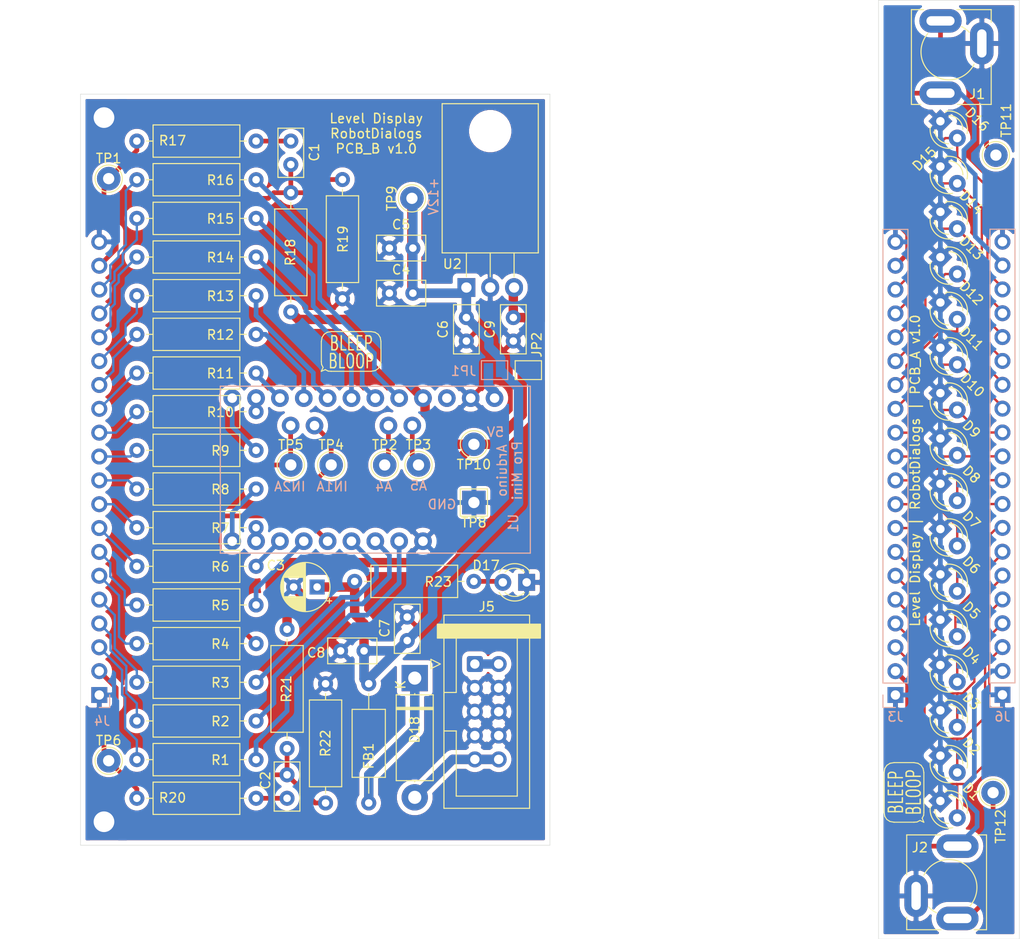
<source format=kicad_pcb>
(kicad_pcb (version 20171130) (host pcbnew "(5.1.10)-1")
  (title_block (title "Level Display") (date 2021-07-11) (rev 1.0))
  (layers (0 F.Cu signal) (31 B.Cu signal) (35 F.Paste user) (36 B.SilkS user) (37 F.SilkS user) (38 B.Mask user) (39 F.Mask user) (44 Edge.Cuts user))
  (net 0 "")
  (net 1 "Net-(D1-Pad2)")
  (net 2 GND)
  (net 3 "Net-(D2-Pad2)")
  (net 4 "Net-(D3-Pad2)")
  (net 5 "Net-(D4-Pad2)")
  (net 6 "Net-(D5-Pad2)")
  (net 7 "Net-(D6-Pad2)")
  (net 8 "Net-(D7-Pad2)")
  (net 9 "Net-(D8-Pad2)")
  (net 10 "Net-(D9-Pad2)")
  (net 11 "Net-(D10-Pad2)")
  (net 12 "Net-(D11-Pad2)")
  (net 13 "Net-(D12-Pad2)")
  (net 14 "Net-(D13-Pad2)")
  (net 15 "Net-(D14-Pad2)")
  (net 16 "Net-(D15-Pad2)")
  (net 17 "Net-(D16-Pad2)")
  (net 18 "Net-(J1-PadT)")
  (net 19 "Net-(J1-PadR)")
  (net 20 "Net-(J2-PadR)")
  (net 21 "Net-(J4-Pad19)")
  (net 22 "Net-(J4-Pad18)")
  (net 23 "Net-(J4-Pad17)")
  (net 24 "Net-(J4-Pad16)")
  (net 25 "Net-(J4-Pad15)")
  (net 26 "Net-(J4-Pad14)")
  (net 27 "Net-(J4-Pad13)")
  (net 28 "Net-(J4-Pad12)")
  (net 29 "Net-(J4-Pad11)")
  (net 30 "Net-(J4-Pad10)")
  (net 31 "Net-(J4-Pad9)")
  (net 32 "Net-(J4-Pad8)")
  (net 33 "Net-(J4-Pad7)")
  (net 34 "Net-(J4-Pad6)")
  (net 35 "Net-(J4-Pad5)")
  (net 36 "Net-(J4-Pad4)")
  (net 37 "Net-(J4-Pad3)")
  (net 38 "Net-(J4-Pad2)")
  (net 39 "Net-(R1-Pad2)")
  (net 40 "Net-(R2-Pad2)")
  (net 41 "Net-(R3-Pad2)")
  (net 42 "Net-(R4-Pad2)")
  (net 43 "Net-(R5-Pad2)")
  (net 44 "Net-(R6-Pad2)")
  (net 45 "Net-(R7-Pad2)")
  (net 46 "Net-(R8-Pad2)")
  (net 47 "Net-(R9-Pad2)")
  (net 48 "Net-(R10-Pad2)")
  (net 49 "Net-(R11-Pad2)")
  (net 50 "Net-(R12-Pad2)")
  (net 51 "Net-(R13-Pad2)")
  (net 52 "Net-(R14-Pad2)")
  (net 53 "Net-(R15-Pad2)")
  (net 54 "Net-(R16-Pad2)")
  (net 55 "Net-(U1-PadJP6_3)")
  (net 56 "Net-(C1-Pad2)")
  (net 57 "Net-(C1-Pad1)")
  (net 58 "Net-(C2-Pad2)")
  (net 59 "Net-(C2-Pad1)")
  (net 60 "Net-(J2-PadT)")
  (net 61 +12V)
  (net 62 -12V)
  (net 63 "Net-(D17-Pad2)")
  (net 64 "Net-(D18-Pad1)")
  (net 65 +5V)
  (net 66 "Net-(TP3-Pad1)")
  (net 67 "Net-(TP2-Pad1)")
  (net 68 "Net-(JP1-Pad2)")
  (net 69 "Net-(C9-Pad2)")
  (net 70 +12L)
  (module "My Stuff:Logo1" (layer F.Cu) (at 226.2 127.9 90)
    (fp_text reference LOGO1 hide)
    (fp_text value logo1 hide)
    (fp_text user BLEEP (at 0.05 -0.85 90) (layer F.SilkS) (effects (font (size 1.5 1))))
    (fp_text user BLOOP (at 0.05 1.05 90) (layer F.SilkS) (effects (font (size 1.5 1))))
  )
  (module MountingHole:MountingHole_2.2mm_M2_DIN965_Pad_TopBottom (layer F.Cu) (at 141 56)
    (fp_text reference H2 hide)
    (fp_text value MountingHole_Pad)
    (pad 1 connect circle (at 0 0) (size 3.8 3.8) (layers B.Cu B.Mask) (net 2 GND))
    (pad 1 connect circle (at 0 0) (size 3.8 3.8) (layers F.Cu F.Mask) (net 2 GND))
    (pad 1 thru_hole circle (at 0 0) (size 2.6 2.6) (drill 2.2) (layers *.Cu *.Mask) (net 2 GND))
  )
  (module MountingHole:MountingHole_2.2mm_M2_DIN965_Pad_TopBottom (layer F.Cu) (at 141 131)
    (fp_text reference H1 hide)
    (fp_text value MountingHole_Pad)
    (pad 1 connect circle (at 0 0) (size 3.8 3.8) (layers B.Cu B.Mask) (net 2 GND))
    (pad 1 connect circle (at 0 0) (size 3.8 3.8) (layers F.Cu F.Mask) (net 2 GND))
    (pad 1 thru_hole circle (at 0 0) (size 2.6 2.6) (drill 2.2) (layers *.Cu *.Mask) (net 2 GND))
  )
  (module "My Stuff:Logo1" (layer F.Cu) (at 167.3 80.9)
    (fp_text reference LOGO1 hide)
    (fp_text value logo1 hide)
    (fp_text user BLOOP (at 0.05 1.05) (layer F.SilkS) (effects (font (size 1.5 1))))
    (fp_text user BLEEP (at 0.05 -0.85) (layer F.SilkS) (effects (font (size 1.5 1))))
  )
  (module "My Stuff:PinSocket_1x20_P2.54mm_Horizontal" (layer B.Cu) (at 140.5 117.5)
    (fp_text reference J4 (at 0.3 2.77) (layer B.SilkS) (effects (justify mirror)))
    (fp_text value Conn_01x20)
    (pad 1 thru_hole rect (at 0 0) (size 1.7 1.7) (drill 1) (layers *.Cu *.Mask) (net 2 GND))
    (pad 2 thru_hole oval (at 0 -2.54) (size 1.7 1.7) (drill 1) (layers *.Cu *.Mask) (net 38 "Net-(J4-Pad2)"))
    (pad 3 thru_hole oval (at 0 -5.08) (size 1.7 1.7) (drill 1) (layers *.Cu *.Mask) (net 37 "Net-(J4-Pad3)"))
    (pad 4 thru_hole oval (at 0 -7.62) (size 1.7 1.7) (drill 1) (layers *.Cu *.Mask) (net 36 "Net-(J4-Pad4)"))
    (pad 5 thru_hole oval (at 0 -10.16) (size 1.7 1.7) (drill 1) (layers *.Cu *.Mask) (net 35 "Net-(J4-Pad5)"))
    (pad 6 thru_hole oval (at 0 -12.7) (size 1.7 1.7) (drill 1) (layers *.Cu *.Mask) (net 34 "Net-(J4-Pad6)"))
    (pad 7 thru_hole oval (at 0 -15.24) (size 1.7 1.7) (drill 1) (layers *.Cu *.Mask) (net 33 "Net-(J4-Pad7)"))
    (pad 8 thru_hole oval (at 0 -17.78) (size 1.7 1.7) (drill 1) (layers *.Cu *.Mask) (net 32 "Net-(J4-Pad8)"))
    (pad 9 thru_hole oval (at 0 -20.32) (size 1.7 1.7) (drill 1) (layers *.Cu *.Mask) (net 31 "Net-(J4-Pad9)"))
    (pad 10 thru_hole oval (at 0 -22.86) (size 1.7 1.7) (drill 1) (layers *.Cu *.Mask) (net 30 "Net-(J4-Pad10)"))
    (pad 11 thru_hole oval (at 0 -25.4) (size 1.7 1.7) (drill 1) (layers *.Cu *.Mask) (net 29 "Net-(J4-Pad11)"))
    (pad 12 thru_hole oval (at 0 -27.94) (size 1.7 1.7) (drill 1) (layers *.Cu *.Mask) (net 28 "Net-(J4-Pad12)"))
    (pad 13 thru_hole oval (at 0 -30.48) (size 1.7 1.7) (drill 1) (layers *.Cu *.Mask) (net 27 "Net-(J4-Pad13)"))
    (pad 14 thru_hole oval (at 0 -33.02) (size 1.7 1.7) (drill 1) (layers *.Cu *.Mask) (net 26 "Net-(J4-Pad14)"))
    (pad 15 thru_hole oval (at 0 -35.56) (size 1.7 1.7) (drill 1) (layers *.Cu *.Mask) (net 25 "Net-(J4-Pad15)"))
    (pad 16 thru_hole oval (at 0 -38.1) (size 1.7 1.7) (drill 1) (layers *.Cu *.Mask) (net 24 "Net-(J4-Pad16)"))
    (pad 17 thru_hole oval (at 0 -40.64) (size 1.7 1.7) (drill 1) (layers *.Cu *.Mask) (net 23 "Net-(J4-Pad17)"))
    (pad 18 thru_hole oval (at 0 -43.18) (size 1.7 1.7) (drill 1) (layers *.Cu *.Mask) (net 22 "Net-(J4-Pad18)"))
    (pad 19 thru_hole oval (at 0 -45.72) (size 1.7 1.7) (drill 1) (layers *.Cu *.Mask) (net 21 "Net-(J4-Pad19)"))
    (pad 20 thru_hole oval (at 0 -48.26) (size 1.7 1.7) (drill 1) (layers *.Cu *.Mask) (net 2 GND))
  )
  (module "My Stuff:LED_D3.0mm" (layer F.Cu) (at 230.1 85.359996 315)
    (fp_text reference D10 (at 1.796054 -3.012272 135) (layer F.SilkS))
    (fp_text value "LED 10")
    (pad 1 thru_hole rect (at -0.02 0 315) (size 1.8 1.8) (drill 0.9) (layers *.Cu *.Mask) (net 2 GND))
    (pad 2 thru_hole circle (at 2.52 0 315) (size 1.8 1.8) (drill 0.9) (layers *.Cu *.Mask) (net 11 "Net-(D10-Pad2)"))
  )
  (module "My Stuff:MODULE_ARDUINO_PRO_MINI_custom" (layer B.Cu) (at 169.9 93.5 90)
    (fp_text reference U1 (at -5.7 14.7 270) (layer B.SilkS) (effects (justify mirror)))
    (fp_text value ARDUINO_PRO_MINI_custom)
    (pad JP2_1 thru_hole circle (at 4.699 1.397 90) (size 1.8796 1.8796) (drill 1.016) (layers *.Cu *.Mask) (net 67 "Net-(TP2-Pad1)"))
    (pad JP2_2 thru_hole circle (at 4.699 3.937 90) (size 1.8796 1.8796) (drill 1.016) (layers *.Cu *.Mask) (net 66 "Net-(TP3-Pad1)"))
    (pad JP3_2 thru_hole circle (at 4.699 -6.477 90) (size 1.8796 1.8796) (drill 1.016) (layers *.Cu *.Mask) (net 59 "Net-(C2-Pad1)"))
    (pad JP3_1 thru_hole circle (at 4.699 -9.017 90) (size 1.8796 1.8796) (drill 1.016) (layers *.Cu *.Mask) (net 57 "Net-(C1-Pad1)"))
    (pad JP6_1 thru_hole circle (at 7.62 12.7 90) (size 1.8796 1.8796) (drill 1.016) (layers *.Cu *.Mask) (net 68 "Net-(JP1-Pad2)"))
    (pad JP6_2 thru_hole circle (at 7.62 10.16 90) (size 1.8796 1.8796) (drill 1.016) (layers *.Cu *.Mask) (net 2 GND))
    (pad JP6_3 thru_hole circle (at 7.62 7.62 90) (size 1.8796 1.8796) (drill 1.016) (layers *.Cu *.Mask) (net 55 "Net-(U1-PadJP6_3)"))
    (pad JP6_4 thru_hole circle (at 7.62 5.08 90) (size 1.8796 1.8796) (drill 1.016) (layers *.Cu *.Mask) (net 65 +5V))
    (pad JP6_5 thru_hole circle (at 7.62 2.54 90) (size 1.8796 1.8796) (drill 1.016) (layers *.Cu *.Mask) (net 54 "Net-(R16-Pad2)"))
    (pad JP6_6 thru_hole circle (at 7.62 0 90) (size 1.8796 1.8796) (drill 1.016) (layers *.Cu *.Mask) (net 53 "Net-(R15-Pad2)"))
    (pad JP6_7 thru_hole circle (at 7.62 -2.54 90) (size 1.8796 1.8796) (drill 1.016) (layers *.Cu *.Mask) (net 52 "Net-(R14-Pad2)"))
    (pad JP6_8 thru_hole circle (at 7.62 -5.08 90) (size 1.8796 1.8796) (drill 1.016) (layers *.Cu *.Mask) (net 51 "Net-(R13-Pad2)"))
    (pad JP6_9 thru_hole circle (at 7.62 -7.62 90) (size 1.8796 1.8796) (drill 1.016) (layers *.Cu *.Mask) (net 50 "Net-(R12-Pad2)"))
    (pad JP6_10 thru_hole circle (at 7.62 -10.16 90) (size 1.8796 1.8796) (drill 1.016) (layers *.Cu *.Mask) (net 49 "Net-(R11-Pad2)"))
    (pad JP6_11 thru_hole circle (at 7.62 -12.7 90) (size 1.8796 1.8796) (drill 1.016) (layers *.Cu *.Mask) (net 48 "Net-(R10-Pad2)"))
    (pad JP6_12 thru_hole circle (at 7.62 -15.24 90) (size 1.8796 1.8796) (drill 1.016) (layers *.Cu *.Mask) (net 47 "Net-(R9-Pad2)"))
    (pad JP7_1 thru_hole circle (at -7.62 -15.24 90) (size 1.8796 1.8796) (drill 1.016) (layers *.Cu *.Mask) (net 46 "Net-(R8-Pad2)"))
    (pad JP7_2 thru_hole circle (at -7.62 -12.7 90) (size 1.8796 1.8796) (drill 1.016) (layers *.Cu *.Mask) (net 45 "Net-(R7-Pad2)"))
    (pad JP7_3 thru_hole circle (at -7.62 -10.16 90) (size 1.8796 1.8796) (drill 1.016) (layers *.Cu *.Mask) (net 44 "Net-(R6-Pad2)"))
    (pad JP7_4 thru_hole circle (at -7.62 -7.62 90) (size 1.8796 1.8796) (drill 1.016) (layers *.Cu *.Mask) (net 43 "Net-(R5-Pad2)"))
    (pad JP7_5 thru_hole circle (at -7.62 -5.08 90) (size 1.8796 1.8796) (drill 1.016) (layers *.Cu *.Mask) (net 42 "Net-(R4-Pad2)"))
    (pad JP7_6 thru_hole circle (at -7.62 -2.54 90) (size 1.8796 1.8796) (drill 1.016) (layers *.Cu *.Mask) (net 41 "Net-(R3-Pad2)"))
    (pad JP7_7 thru_hole circle (at -7.62 0 90) (size 1.8796 1.8796) (drill 1.016) (layers *.Cu *.Mask) (net 40 "Net-(R2-Pad2)"))
    (pad JP7_8 thru_hole circle (at -7.62 2.54 90) (size 1.8796 1.8796) (drill 1.016) (layers *.Cu *.Mask) (net 39 "Net-(R1-Pad2)"))
    (pad JP7_9 thru_hole circle (at -7.62 5.08 90) (size 1.8796 1.8796) (drill 1.016) (layers *.Cu *.Mask) (net 2 GND))
  )
  (module "My Stuff:R_Axial_DIN0309_L9.0mm_D3.2mm_P12.70mm_Horizontal" (layer F.Cu) (at 167.7 105.4)
    (fp_text reference R23 (at 8.9 0.05 180) (layer F.SilkS))
    (fp_text value 1k)
    (pad 1 thru_hole circle (at 0 0) (size 1.6 1.6) (drill 0.8) (layers *.Cu *.Mask) (net 61 +12V))
    (pad 2 thru_hole oval (at 12.7 0) (size 1.6 1.6) (drill 0.8) (layers *.Cu *.Mask) (net 63 "Net-(D17-Pad2)"))
  )
  (module "My Stuff:LED_D3.0mm" (layer F.Cu) (at 186 105.5 180)
    (fp_text reference D17 (at 4.3 1.8 180) (layer F.SilkS))
    (fp_text value "LED 1")
    (pad 1 thru_hole rect (at -0.02 0 180) (size 1.8 1.8) (drill 0.9) (layers *.Cu *.Mask) (net 2 GND))
    (pad 2 thru_hole circle (at 2.52 0 180) (size 1.8 1.8) (drill 0.9) (layers *.Cu *.Mask) (net 63 "Net-(D17-Pad2)"))
  )
  (module "My Stuff:LED_D3.0mm" (layer F.Cu) (at 230.1 56.4 315)
    (fp_text reference D16 (at 2.616295 -2.899138 315) (layer F.SilkS))
    (fp_text value "LED 16")
    (pad 1 thru_hole rect (at -0.02 0 315) (size 1.8 1.8) (drill 0.9) (layers *.Cu *.Mask) (net 2 GND))
    (pad 2 thru_hole circle (at 2.52 0 315) (size 1.8 1.8) (drill 0.9) (layers *.Cu *.Mask) (net 17 "Net-(D16-Pad2)"))
  )
  (module "My Stuff:LED_D3.0mm" (layer F.Cu) (at 230.1 61.226666 315)
    (fp_text reference D15 (at -1.786623 0.61754 45) (layer F.SilkS))
    (fp_text value "LED 15")
    (pad 1 thru_hole rect (at -0.02 0 315) (size 1.8 1.8) (drill 0.9) (layers *.Cu *.Mask) (net 2 GND))
    (pad 2 thru_hole circle (at 2.52 0 315) (size 1.8 1.8) (drill 0.9) (layers *.Cu *.Mask) (net 16 "Net-(D15-Pad2)"))
  )
  (module "My Stuff:LED_D3.0mm" (layer F.Cu) (at 230.1 66.053332 315)
    (fp_text reference D14 (at 1.626347 -3.030711 315) (layer F.SilkS))
    (fp_text value "LED 14")
    (pad 1 thru_hole rect (at -0.02 0 315) (size 1.8 1.8) (drill 0.9) (layers *.Cu *.Mask) (net 2 GND))
    (pad 2 thru_hole circle (at 2.52 0 315) (size 1.8 1.8) (drill 0.9) (layers *.Cu *.Mask) (net 15 "Net-(D14-Pad2)"))
  )
  (module "My Stuff:LED_D3.0mm" (layer F.Cu) (at 230.1 70.879998 315)
    (fp_text reference D13 (at 1.626347 -3.030711 315) (layer F.SilkS))
    (fp_text value "LED 13")
    (pad 1 thru_hole rect (at -0.02 0 315) (size 1.8 1.8) (drill 0.9) (layers *.Cu *.Mask) (net 2 GND))
    (pad 2 thru_hole circle (at 2.52 0 315) (size 1.8 1.8) (drill 0.9) (layers *.Cu *.Mask) (net 14 "Net-(D13-Pad2)"))
  )
  (module "My Stuff:LED_D3.0mm" (layer F.Cu) (at 230.1 75.706664 315)
    (fp_text reference D12 (at 1.626347 -3.030711 315) (layer F.SilkS))
    (fp_text value "LED 12")
    (pad 1 thru_hole rect (at -0.02 0 315) (size 1.8 1.8) (drill 0.9) (layers *.Cu *.Mask) (net 2 GND))
    (pad 2 thru_hole circle (at 2.52 0 315) (size 1.8 1.8) (drill 0.9) (layers *.Cu *.Mask) (net 13 "Net-(D12-Pad2)"))
  )
  (module "My Stuff:LED_D3.0mm" (layer F.Cu) (at 230.1 80.53333 315)
    (fp_text reference D11 (at 1.626347 -3.030711 315) (layer F.SilkS))
    (fp_text value "LED 11")
    (pad 1 thru_hole rect (at -0.02 0 315) (size 1.8 1.8) (drill 0.9) (layers *.Cu *.Mask) (net 2 GND))
    (pad 2 thru_hole circle (at 2.52 0 315) (size 1.8 1.8) (drill 0.9) (layers *.Cu *.Mask) (net 12 "Net-(D11-Pad2)"))
  )
  (module "My Stuff:LED_D3.0mm" (layer F.Cu) (at 230.1 90.186662 315)
    (fp_text reference D9 (at 1.626347 -3.030711 315) (layer F.SilkS))
    (fp_text value "LED 9")
    (pad 1 thru_hole rect (at -0.02 0 315) (size 1.8 1.8) (drill 0.9) (layers *.Cu *.Mask) (net 2 GND))
    (pad 2 thru_hole circle (at 2.52 0 315) (size 1.8 1.8) (drill 0.9) (layers *.Cu *.Mask) (net 10 "Net-(D9-Pad2)"))
  )
  (module "My Stuff:LED_D3.0mm" (layer F.Cu) (at 230.1 95.013328 315)
    (fp_text reference D8 (at 1.626347 -3.030711 315) (layer F.SilkS))
    (fp_text value "LED 8")
    (pad 1 thru_hole rect (at -0.02 0 315) (size 1.8 1.8) (drill 0.9) (layers *.Cu *.Mask) (net 2 GND))
    (pad 2 thru_hole circle (at 2.52 0 315) (size 1.8 1.8) (drill 0.9) (layers *.Cu *.Mask) (net 9 "Net-(D8-Pad2)"))
  )
  (module "My Stuff:LED_D3.0mm" (layer F.Cu) (at 230.1 99.839994 315)
    (fp_text reference D7 (at 1.626347 -3.030711 315) (layer F.SilkS))
    (fp_text value "LED 7")
    (pad 1 thru_hole rect (at -0.02 0 315) (size 1.8 1.8) (drill 0.9) (layers *.Cu *.Mask) (net 2 GND))
    (pad 2 thru_hole circle (at 2.52 0 315) (size 1.8 1.8) (drill 0.9) (layers *.Cu *.Mask) (net 8 "Net-(D7-Pad2)"))
  )
  (module "My Stuff:LED_D3.0mm" (layer F.Cu) (at 230.1 104.66666 315)
    (fp_text reference D6 (at 1.626347 -3.030711 315) (layer F.SilkS))
    (fp_text value "LED 6")
    (pad 1 thru_hole rect (at -0.02 0 315) (size 1.8 1.8) (drill 0.9) (layers *.Cu *.Mask) (net 2 GND))
    (pad 2 thru_hole circle (at 2.52 0 315) (size 1.8 1.8) (drill 0.9) (layers *.Cu *.Mask) (net 7 "Net-(D6-Pad2)"))
  )
  (module "My Stuff:LED_D3.0mm" (layer F.Cu) (at 230.1 109.493326 315)
    (fp_text reference D5 (at 1.626347 -3.030711 315) (layer F.SilkS))
    (fp_text value "LED 5")
    (pad 1 thru_hole rect (at -0.02 0 315) (size 1.8 1.8) (drill 0.9) (layers *.Cu *.Mask) (net 2 GND))
    (pad 2 thru_hole circle (at 2.52 0 315) (size 1.8 1.8) (drill 0.9) (layers *.Cu *.Mask) (net 6 "Net-(D5-Pad2)"))
  )
  (module "My Stuff:LED_D3.0mm" (layer F.Cu) (at 230.1 114.319992 315)
    (fp_text reference D4 (at 1.626347 -3.030711 315) (layer F.SilkS))
    (fp_text value "LED 4")
    (pad 1 thru_hole rect (at -0.02 0 315) (size 1.8 1.8) (drill 0.9) (layers *.Cu *.Mask) (net 2 GND))
    (pad 2 thru_hole circle (at 2.52 0 315) (size 1.8 1.8) (drill 0.9) (layers *.Cu *.Mask) (net 5 "Net-(D4-Pad2)"))
  )
  (module "My Stuff:LED_D3.0mm" (layer F.Cu) (at 230.1 119.146658 315)
    (fp_text reference D3 (at 1.626347 -3.030711 315) (layer F.SilkS))
    (fp_text value "LED 3")
    (pad 1 thru_hole rect (at -0.02 0 315) (size 1.8 1.8) (drill 0.9) (layers *.Cu *.Mask) (net 2 GND))
    (pad 2 thru_hole circle (at 2.52 0 315) (size 1.8 1.8) (drill 0.9) (layers *.Cu *.Mask) (net 4 "Net-(D3-Pad2)"))
  )
  (module "My Stuff:LED_D3.0mm" (layer F.Cu) (at 230.1 123.973324 315)
    (fp_text reference D2 (at 1.626347 -3.030711 315) (layer F.SilkS))
    (fp_text value "LED 2")
    (pad 1 thru_hole rect (at -0.02 0 315) (size 1.8 1.8) (drill 0.9) (layers *.Cu *.Mask) (net 2 GND))
    (pad 2 thru_hole circle (at 2.52 0 315) (size 1.8 1.8) (drill 0.9) (layers *.Cu *.Mask) (net 3 "Net-(D2-Pad2)"))
  )
  (module "My Stuff:LED_D3.0mm" (layer F.Cu) (at 230.1 128.79999 315)
    (fp_text reference D1 (at 1.626347 -3.030711 315) (layer F.SilkS))
    (fp_text value "LED 1")
    (pad 1 thru_hole rect (at -0.02 0 315) (size 1.8 1.8) (drill 0.9) (layers *.Cu *.Mask) (net 2 GND))
    (pad 2 thru_hole circle (at 2.52 0 315) (size 1.8 1.8) (drill 0.9) (layers *.Cu *.Mask) (net 1 "Net-(D1-Pad2)"))
  )
  (module Package_TO_SOT_THT:TO-220-3_Horizontal_TabDown (layer F.Cu) (at 179.6 74.1)
    (fp_text reference U2 (at -1.5 -2.5) (layer F.SilkS))
    (fp_text value LM7805_TO220)
    (pad 3 thru_hole oval (at 5.08 0) (size 1.905 2) (drill 1.1) (layers *.Cu *.Mask) (net 69 "Net-(C9-Pad2)"))
    (pad 2 thru_hole oval (at 2.54 0) (size 1.905 2) (drill 1.1) (layers *.Cu *.Mask) (net 2 GND))
    (pad 1 thru_hole rect (at 0 0) (size 1.905 2) (drill 1.1) (layers *.Cu *.Mask) (net 61 +12V))
    (pad "" np_thru_hole oval (at 2.54 -16.66) (size 3.5 3.5) (drill 3.5) (layers *.Cu *.Mask))
  )
  (module Jumper:SolderJumper-2_P1.3mm_Open_Pad1.0x1.5mm (layer F.Cu) (at 186.2 82.9 180)
    (fp_text reference JP2 (at -0.9 2.7 90) (layer F.SilkS))
    (fp_text value Jumper_NO_Small)
    (pad 1 smd rect (at -0.65 0 180) (size 1 1.5) (layers F.Cu F.Mask) (net 69 "Net-(C9-Pad2)"))
    (pad 2 smd rect (at 0.65 0 180) (size 1 1.5) (layers F.Cu F.Mask) (net 65 +5V))
  )
  (module Capacitor_THT:C_Disc_D5.0mm_W2.5mm_P2.50mm (layer F.Cu) (at 184.6 79.8 90)
    (fp_text reference C9 (at 1.25 -2.5 90) (layer F.SilkS))
    (fp_text value 100nF)
    (pad 2 thru_hole circle (at 2.5 0 90) (size 1.6 1.6) (drill 0.8) (layers *.Cu *.Mask) (net 69 "Net-(C9-Pad2)"))
    (pad 1 thru_hole circle (at 0 0 90) (size 1.6 1.6) (drill 0.8) (layers *.Cu *.Mask) (net 2 GND))
  )
  (module Jumper:SolderJumper-2_P1.3mm_Open_Pad1.0x1.5mm (layer B.Cu) (at 182.6 82.9 180)
    (fp_text reference JP1 (at 3.3 -0.1) (layer B.SilkS) (effects (justify mirror)))
    (fp_text value Jumper_NO_Small)
    (pad 1 smd rect (at -0.65 0 180) (size 1 1.5) (layers B.Cu B.Mask) (net 61 +12V))
    (pad 2 smd rect (at 0.65 0 180) (size 1 1.5) (layers B.Cu B.Mask) (net 68 "Net-(JP1-Pad2)"))
  )
  (module Capacitor_THT:C_Disc_D5.0mm_W2.5mm_P2.50mm (layer F.Cu) (at 160.9 61 90)
    (fp_text reference C1 (at 1.3 2.5 90) (layer F.SilkS))
    (fp_text value 1uF)
    (pad 2 thru_hole circle (at 2.5 0 90) (size 1.6 1.6) (drill 0.8) (layers *.Cu *.Mask) (net 56 "Net-(C1-Pad2)"))
    (pad 1 thru_hole circle (at 0 0 90) (size 1.6 1.6) (drill 0.8) (layers *.Cu *.Mask) (net 57 "Net-(C1-Pad1)"))
  )
  (module "My Stuff:Jack_2.5mm_MJ-355W_Vertical" (layer F.Cu) (at 231 138)
    (fp_text reference J2 (at -3.1 -4.25) (layer F.SilkS))
    (fp_text value AudioJack3)
    (pad T thru_hole oval (at 0.9 -4.4) (size 4.5 2.5) (drill oval 3 1) (layers *.Cu *.Mask) (net 60 "Net-(J2-PadT)"))
    (pad S thru_hole oval (at -3.5 0.9) (size 2.5 4.5) (drill oval 1 3) (layers *.Cu *.Mask) (net 2 GND))
    (pad R thru_hole oval (at 0.9 3.3) (size 4.5 2.5) (drill oval 3 1) (layers *.Cu *.Mask) (net 20 "Net-(J2-PadR)"))
  )
  (module "My Stuff:Jack_2.5mm_MJ-355W_Vertical" (layer F.Cu) (at 231 49 180)
    (fp_text reference J1 (at -3 -4.5) (layer F.SilkS))
    (fp_text value Output-Thru)
    (pad T thru_hole oval (at 0.9 -4.4 180) (size 4.5 2.5) (drill oval 3 1) (layers *.Cu *.Mask) (net 18 "Net-(J1-PadT)"))
    (pad S thru_hole oval (at -3.5 0.9 180) (size 2.5 4.5) (drill oval 1 3) (layers *.Cu *.Mask) (net 2 GND))
    (pad R thru_hole oval (at 0.9 3.3 180) (size 4.5 2.5) (drill oval 3 1) (layers *.Cu *.Mask) (net 19 "Net-(J1-PadR)"))
  )
  (module Connector_PinHeader_2.54mm:PinHeader_1x20_P2.54mm_Vertical (layer B.Cu) (at 225.3 117.5)
    (fp_text reference J3 (at 0 2.33) (layer B.SilkS) (effects (justify mirror)))
    (fp_text value Conn_01x20)
    (pad 20 thru_hole oval (at 0 -48.26) (size 1.7 1.7) (drill 1) (layers *.Cu *.Mask) (net 2 GND))
    (pad 19 thru_hole oval (at 0 -45.72) (size 1.7 1.7) (drill 1) (layers *.Cu *.Mask) (net 18 "Net-(J1-PadT)"))
    (pad 18 thru_hole oval (at 0 -43.18) (size 1.7 1.7) (drill 1) (layers *.Cu *.Mask) (net 17 "Net-(D16-Pad2)"))
    (pad 17 thru_hole oval (at 0 -40.64) (size 1.7 1.7) (drill 1) (layers *.Cu *.Mask) (net 16 "Net-(D15-Pad2)"))
    (pad 16 thru_hole oval (at 0 -38.1) (size 1.7 1.7) (drill 1) (layers *.Cu *.Mask) (net 15 "Net-(D14-Pad2)"))
    (pad 15 thru_hole oval (at 0 -35.56) (size 1.7 1.7) (drill 1) (layers *.Cu *.Mask) (net 14 "Net-(D13-Pad2)"))
    (pad 14 thru_hole oval (at 0 -33.02) (size 1.7 1.7) (drill 1) (layers *.Cu *.Mask) (net 13 "Net-(D12-Pad2)"))
    (pad 13 thru_hole oval (at 0 -30.48) (size 1.7 1.7) (drill 1) (layers *.Cu *.Mask) (net 12 "Net-(D11-Pad2)"))
    (pad 12 thru_hole oval (at 0 -27.94) (size 1.7 1.7) (drill 1) (layers *.Cu *.Mask) (net 11 "Net-(D10-Pad2)"))
    (pad 11 thru_hole oval (at 0 -25.4) (size 1.7 1.7) (drill 1) (layers *.Cu *.Mask) (net 10 "Net-(D9-Pad2)"))
    (pad 10 thru_hole oval (at 0 -22.86) (size 1.7 1.7) (drill 1) (layers *.Cu *.Mask) (net 9 "Net-(D8-Pad2)"))
    (pad 9 thru_hole oval (at 0 -20.32) (size 1.7 1.7) (drill 1) (layers *.Cu *.Mask) (net 8 "Net-(D7-Pad2)"))
    (pad 8 thru_hole oval (at 0 -17.78) (size 1.7 1.7) (drill 1) (layers *.Cu *.Mask) (net 7 "Net-(D6-Pad2)"))
    (pad 7 thru_hole oval (at 0 -15.24) (size 1.7 1.7) (drill 1) (layers *.Cu *.Mask) (net 6 "Net-(D5-Pad2)"))
    (pad 6 thru_hole oval (at 0 -12.7) (size 1.7 1.7) (drill 1) (layers *.Cu *.Mask) (net 5 "Net-(D4-Pad2)"))
    (pad 5 thru_hole oval (at 0 -10.16) (size 1.7 1.7) (drill 1) (layers *.Cu *.Mask) (net 4 "Net-(D3-Pad2)"))
    (pad 4 thru_hole oval (at 0 -7.62) (size 1.7 1.7) (drill 1) (layers *.Cu *.Mask) (net 3 "Net-(D2-Pad2)"))
    (pad 3 thru_hole oval (at 0 -5.08) (size 1.7 1.7) (drill 1) (layers *.Cu *.Mask) (net 1 "Net-(D1-Pad2)"))
    (pad 2 thru_hole oval (at 0 -2.54) (size 1.7 1.7) (drill 1) (layers *.Cu *.Mask) (net 60 "Net-(J2-PadT)"))
    (pad 1 thru_hole rect (at 0 0) (size 1.7 1.7) (drill 1) (layers *.Cu *.Mask) (net 2 GND))
  )
  (module TestPoint:TestPoint_THTPad_D2.5mm_Drill1.2mm (layer F.Cu) (at 165.2 93)
    (fp_text reference TP4 (at 0 -2.148) (layer F.SilkS))
    (fp_text value IN1A)
    (pad 1 thru_hole circle (at 0 0) (size 2.5 2.5) (drill 1.2) (layers *.Cu *.Mask) (net 59 "Net-(C2-Pad1)"))
  )
  (module TestPoint:TestPoint_THTPad_D2.5mm_Drill1.2mm (layer F.Cu) (at 174.5 93)
    (fp_text reference TP3 (at 0 -2.148) (layer F.SilkS))
    (fp_text value A5)
    (pad 1 thru_hole circle (at 0 0) (size 2.5 2.5) (drill 1.2) (layers *.Cu *.Mask) (net 66 "Net-(TP3-Pad1)"))
  )
  (module TestPoint:TestPoint_THTPad_D2.5mm_Drill1.2mm (layer F.Cu) (at 170.9 93)
    (fp_text reference TP2 (at 0 -2.148) (layer F.SilkS))
    (fp_text value A4)
    (pad 1 thru_hole circle (at 0 0) (size 2.5 2.5) (drill 1.2) (layers *.Cu *.Mask) (net 67 "Net-(TP2-Pad1)"))
  )
  (module TestPoint:TestPoint_THTPad_D2.5mm_Drill1.2mm (layer F.Cu) (at 180.4 90.8 180)
    (fp_text reference TP10 (at 0 -2.148) (layer F.SilkS))
    (fp_text value 5V)
    (pad 1 thru_hole circle (at 0 0 180) (size 2.5 2.5) (drill 1.2) (layers *.Cu *.Mask) (net 65 +5V))
  )
  (module TestPoint:TestPoint_THTPad_D2.5mm_Drill1.2mm (layer F.Cu) (at 173.8 64.6 90)
    (fp_text reference TP9 (at 0 -2.148 90) (layer F.SilkS))
    (fp_text value +12V)
    (pad 1 thru_hole circle (at 0 0 90) (size 2.5 2.5) (drill 1.2) (layers *.Cu *.Mask) (net 61 +12V))
  )
  (module TestPoint:TestPoint_THTPad_2.5x2.5mm_Drill1.2mm (layer F.Cu) (at 180.4 97 180)
    (fp_text reference TP8 (at 0 -2.148) (layer F.SilkS))
    (fp_text value GND)
    (pad 1 thru_hole rect (at 0 0 180) (size 2.5 2.5) (drill 1.2) (layers *.Cu *.Mask) (net 2 GND))
  )
  (module TestPoint:TestPoint_THTPad_D2.5mm_Drill1.2mm (layer F.Cu) (at 141.5 124.5)
    (fp_text reference TP6 (at 0 -2.148) (layer F.SilkS))
    (fp_text value IN1)
    (pad 1 thru_hole circle (at 0 0) (size 2.5 2.5) (drill 1.2) (layers *.Cu *.Mask) (net 38 "Net-(J4-Pad2)"))
  )
  (module TestPoint:TestPoint_THTPad_D2.5mm_Drill1.2mm (layer F.Cu) (at 160.9 93)
    (fp_text reference TP5 (at 0 -2.148) (layer F.SilkS))
    (fp_text value IN2A)
    (pad 1 thru_hole circle (at 0 0) (size 2.5 2.5) (drill 1.2) (layers *.Cu *.Mask) (net 57 "Net-(C1-Pad1)"))
  )
  (module TestPoint:TestPoint_THTPad_D2.5mm_Drill1.2mm (layer F.Cu) (at 141.5 62.5)
    (fp_text reference TP1 (at 0 -2.148) (layer F.SilkS))
    (fp_text value IN2)
    (pad 1 thru_hole circle (at 0 0) (size 2.5 2.5) (drill 1.2) (layers *.Cu *.Mask) (net 21 "Net-(J4-Pad19)"))
  )
  (module Inductor_THT:L_Axial_L7.0mm_D3.3mm_P12.70mm_Horizontal_Fastron_MICC (layer F.Cu) (at 169.2 129 90)
    (fp_text reference FB1 (at 5 0 90) (layer F.SilkS))
    (fp_text value Ferrite_Bead_Small)
    (pad 2 thru_hole oval (at 12.7 0 90) (size 1.6 1.6) (drill 0.8) (layers *.Cu *.Mask) (net 61 +12V))
    (pad 1 thru_hole circle (at 0 0 90) (size 1.6 1.6) (drill 0.8) (layers *.Cu *.Mask) (net 64 "Net-(D18-Pad1)"))
  )
  (module Diode_THT:D_5W_P12.70mm_Horizontal (layer F.Cu) (at 174.1 115.7 270)
    (fp_text reference D18 (at 5.5 0 90) (layer F.SilkS))
    (fp_text value D_Schottky)
    (fp_text user K (at 0.7 1.5 90) (layer F.SilkS))
    (pad 2 thru_hole oval (at 12.7 0 270) (size 2.8 2.8) (drill 1.4) (layers *.Cu *.Mask) (net 70 +12L))
    (pad 1 thru_hole rect (at 0 0 270) (size 2.8 2.8) (drill 1.4) (layers *.Cu *.Mask) (net 64 "Net-(D18-Pad1)"))
  )
  (module Capacitor_THT:C_Disc_D5.0mm_W2.5mm_P2.50mm (layer F.Cu) (at 166.2 112.8)
    (fp_text reference C8 (at -2.6 0.2) (layer F.SilkS))
    (fp_text value 100nF)
    (pad 2 thru_hole circle (at 2.5 0) (size 1.6 1.6) (drill 0.8) (layers *.Cu *.Mask) (net 61 +12V))
    (pad 1 thru_hole circle (at 0 0) (size 1.6 1.6) (drill 0.8) (layers *.Cu *.Mask) (net 2 GND))
  )
  (module Capacitor_THT:C_Disc_D5.0mm_W2.5mm_P2.50mm (layer F.Cu) (at 173.3 109.2 270)
    (fp_text reference C7 (at 1.2 2.4 90) (layer F.SilkS))
    (fp_text value 100nF)
    (pad 2 thru_hole circle (at 2.5 0 270) (size 1.6 1.6) (drill 0.8) (layers *.Cu *.Mask) (net 61 +12V))
    (pad 1 thru_hole circle (at 0 0 270) (size 1.6 1.6) (drill 0.8) (layers *.Cu *.Mask) (net 2 GND))
  )
  (module Capacitor_THT:C_Disc_D5.0mm_W2.5mm_P2.50mm (layer F.Cu) (at 179.6 79.8 90)
    (fp_text reference C6 (at 1.25 -2.5 90) (layer F.SilkS))
    (fp_text value 100nF)
    (pad 2 thru_hole circle (at 2.5 0 90) (size 1.6 1.6) (drill 0.8) (layers *.Cu *.Mask) (net 61 +12V))
    (pad 1 thru_hole circle (at 0 0 90) (size 1.6 1.6) (drill 0.8) (layers *.Cu *.Mask) (net 2 GND))
  )
  (module Capacitor_THT:C_Disc_D5.0mm_W2.5mm_P2.50mm (layer F.Cu) (at 171.4 69.9)
    (fp_text reference C5 (at 1.25 -2.5) (layer F.SilkS))
    (fp_text value 100nF)
    (pad 2 thru_hole circle (at 2.5 0) (size 1.6 1.6) (drill 0.8) (layers *.Cu *.Mask) (net 61 +12V))
    (pad 1 thru_hole circle (at 0 0) (size 1.6 1.6) (drill 0.8) (layers *.Cu *.Mask) (net 2 GND))
  )
  (module Capacitor_THT:C_Disc_D5.0mm_W2.5mm_P2.50mm (layer F.Cu) (at 171.4 74.7)
    (fp_text reference C4 (at 1.25 -2.5) (layer F.SilkS))
    (fp_text value 100nF)
    (pad 2 thru_hole circle (at 2.5 0) (size 1.6 1.6) (drill 0.8) (layers *.Cu *.Mask) (net 61 +12V))
    (pad 1 thru_hole circle (at 0 0) (size 1.6 1.6) (drill 0.8) (layers *.Cu *.Mask) (net 2 GND))
  )
  (module Capacitor_THT:CP_Radial_D5.0mm_P2.50mm (layer F.Cu) (at 163.7 106 180)
    (fp_text reference C3 (at 4.4 2.3) (layer F.SilkS))
    (fp_text value 10uF)
    (pad 2 thru_hole circle (at 2.5 0 180) (size 1.6 1.6) (drill 0.8) (layers *.Cu *.Mask) (net 2 GND))
    (pad 1 thru_hole rect (at 0 0 180) (size 1.6 1.6) (drill 0.8) (layers *.Cu *.Mask) (net 61 +12V))
  )
  (module "My Stuff:R_Axial_DIN0309_L9.0mm_D3.2mm_P12.70mm_Horizontal" (layer F.Cu) (at 164.6 116.3 270)
    (fp_text reference R22 (at 6.35 0 270) (layer F.SilkS))
    (fp_text value 10k)
    (pad 1 thru_hole circle (at 0 0 270) (size 1.6 1.6) (drill 0.8) (layers *.Cu *.Mask) (net 2 GND))
    (pad 2 thru_hole oval (at 12.7 0 270) (size 1.6 1.6) (drill 0.8) (layers *.Cu *.Mask) (net 59 "Net-(C2-Pad1)"))
  )
  (module "My Stuff:R_Axial_DIN0309_L9.0mm_D3.2mm_P12.70mm_Horizontal" (layer F.Cu) (at 160.5 123.2 90)
    (fp_text reference R21 (at 6.35 -0.0675 270) (layer F.SilkS))
    (fp_text value 10k)
    (pad 1 thru_hole circle (at 0 0 90) (size 1.6 1.6) (drill 0.8) (layers *.Cu *.Mask) (net 59 "Net-(C2-Pad1)"))
    (pad 2 thru_hole oval (at 12.7 0 90) (size 1.6 1.6) (drill 0.8) (layers *.Cu *.Mask) (net 65 +5V))
  )
  (module "My Stuff:R_Axial_DIN0309_L9.0mm_D3.2mm_P12.70mm_Horizontal" (layer F.Cu) (at 157.2 128.5 180)
    (fp_text reference R20 (at 8.9 0.05 180) (layer F.SilkS))
    (fp_text value 10k)
    (pad 1 thru_hole circle (at 0 0 180) (size 1.6 1.6) (drill 0.8) (layers *.Cu *.Mask) (net 58 "Net-(C2-Pad2)"))
    (pad 2 thru_hole oval (at 12.7 0 180) (size 1.6 1.6) (drill 0.8) (layers *.Cu *.Mask) (net 38 "Net-(J4-Pad2)"))
  )
  (module "My Stuff:R_Axial_DIN0309_L9.0mm_D3.2mm_P12.70mm_Horizontal" (layer F.Cu) (at 166.4 75.3 90)
    (fp_text reference R19 (at 6.35 0.05 270) (layer F.SilkS))
    (fp_text value 10k)
    (pad 1 thru_hole circle (at 0 0 90) (size 1.6 1.6) (drill 0.8) (layers *.Cu *.Mask) (net 2 GND))
    (pad 2 thru_hole oval (at 12.7 0 90) (size 1.6 1.6) (drill 0.8) (layers *.Cu *.Mask) (net 57 "Net-(C1-Pad1)"))
  )
  (module "My Stuff:R_Axial_DIN0309_L9.0mm_D3.2mm_P12.70mm_Horizontal" (layer F.Cu) (at 160.9 64 270)
    (fp_text reference R18 (at 6.35 0.05 270) (layer F.SilkS))
    (fp_text value 10k)
    (pad 1 thru_hole circle (at 0 0 270) (size 1.6 1.6) (drill 0.8) (layers *.Cu *.Mask) (net 57 "Net-(C1-Pad1)"))
    (pad 2 thru_hole oval (at 12.7 0 270) (size 1.6 1.6) (drill 0.8) (layers *.Cu *.Mask) (net 65 +5V))
  )
  (module "My Stuff:R_Axial_DIN0309_L9.0mm_D3.2mm_P12.70mm_Horizontal" (layer F.Cu) (at 157.2 58.5 180)
    (fp_text reference R17 (at 8.9 0.05 180) (layer F.SilkS))
    (fp_text value 10k)
    (pad 1 thru_hole circle (at 0 0 180) (size 1.6 1.6) (drill 0.8) (layers *.Cu *.Mask) (net 56 "Net-(C1-Pad2)"))
    (pad 2 thru_hole oval (at 12.7 0 180) (size 1.6 1.6) (drill 0.8) (layers *.Cu *.Mask) (net 21 "Net-(J4-Pad19)"))
  )
  (module "My Stuff:R_Axial_DIN0309_L9.0mm_D3.2mm_P12.70mm_Horizontal" (layer F.Cu) (at 144.5 62.617647)
    (fp_text reference R16 (at 8.9 0.05 180) (layer F.SilkS))
    (fp_text value 1k)
    (pad 1 thru_hole circle (at 0 0) (size 1.6 1.6) (drill 0.8) (layers *.Cu *.Mask) (net 22 "Net-(J4-Pad18)"))
    (pad 2 thru_hole oval (at 12.7 0) (size 1.6 1.6) (drill 0.8) (layers *.Cu *.Mask) (net 54 "Net-(R16-Pad2)"))
  )
  (module "My Stuff:R_Axial_DIN0309_L9.0mm_D3.2mm_P12.70mm_Horizontal" (layer F.Cu) (at 144.5 66.735294)
    (fp_text reference R15 (at 8.9 0.05 180) (layer F.SilkS))
    (fp_text value 1k)
    (pad 1 thru_hole circle (at 0 0) (size 1.6 1.6) (drill 0.8) (layers *.Cu *.Mask) (net 23 "Net-(J4-Pad17)"))
    (pad 2 thru_hole oval (at 12.7 0) (size 1.6 1.6) (drill 0.8) (layers *.Cu *.Mask) (net 53 "Net-(R15-Pad2)"))
  )
  (module "My Stuff:R_Axial_DIN0309_L9.0mm_D3.2mm_P12.70mm_Horizontal" (layer F.Cu) (at 144.5 70.852941)
    (fp_text reference R14 (at 8.9 0.05 180) (layer F.SilkS))
    (fp_text value 1k)
    (pad 1 thru_hole circle (at 0 0) (size 1.6 1.6) (drill 0.8) (layers *.Cu *.Mask) (net 24 "Net-(J4-Pad16)"))
    (pad 2 thru_hole oval (at 12.7 0) (size 1.6 1.6) (drill 0.8) (layers *.Cu *.Mask) (net 52 "Net-(R14-Pad2)"))
  )
  (module "My Stuff:R_Axial_DIN0309_L9.0mm_D3.2mm_P12.70mm_Horizontal" (layer F.Cu) (at 144.5 74.970588)
    (fp_text reference R13 (at 8.9 0.05 180) (layer F.SilkS))
    (fp_text value 1k)
    (pad 1 thru_hole circle (at 0 0) (size 1.6 1.6) (drill 0.8) (layers *.Cu *.Mask) (net 25 "Net-(J4-Pad15)"))
    (pad 2 thru_hole oval (at 12.7 0) (size 1.6 1.6) (drill 0.8) (layers *.Cu *.Mask) (net 51 "Net-(R13-Pad2)"))
  )
  (module "My Stuff:R_Axial_DIN0309_L9.0mm_D3.2mm_P12.70mm_Horizontal" (layer F.Cu) (at 144.5 79.088235)
    (fp_text reference R12 (at 8.9 0.05 180) (layer F.SilkS))
    (fp_text value 1k)
    (pad 1 thru_hole circle (at 0 0) (size 1.6 1.6) (drill 0.8) (layers *.Cu *.Mask) (net 26 "Net-(J4-Pad14)"))
    (pad 2 thru_hole oval (at 12.7 0) (size 1.6 1.6) (drill 0.8) (layers *.Cu *.Mask) (net 50 "Net-(R12-Pad2)"))
  )
  (module "My Stuff:R_Axial_DIN0309_L9.0mm_D3.2mm_P12.70mm_Horizontal" (layer F.Cu) (at 144.5 83.205882)
    (fp_text reference R11 (at 8.9 0.05 180) (layer F.SilkS))
    (fp_text value 1k)
    (pad 1 thru_hole circle (at 0 0) (size 1.6 1.6) (drill 0.8) (layers *.Cu *.Mask) (net 27 "Net-(J4-Pad13)"))
    (pad 2 thru_hole oval (at 12.7 0) (size 1.6 1.6) (drill 0.8) (layers *.Cu *.Mask) (net 49 "Net-(R11-Pad2)"))
  )
  (module "My Stuff:R_Axial_DIN0309_L9.0mm_D3.2mm_P12.70mm_Horizontal" (layer F.Cu) (at 144.5 87.323529)
    (fp_text reference R10 (at 8.9 0.05 180) (layer F.SilkS))
    (fp_text value 1k)
    (pad 1 thru_hole circle (at 0 0) (size 1.6 1.6) (drill 0.8) (layers *.Cu *.Mask) (net 28 "Net-(J4-Pad12)"))
    (pad 2 thru_hole oval (at 12.7 0) (size 1.6 1.6) (drill 0.8) (layers *.Cu *.Mask) (net 48 "Net-(R10-Pad2)"))
  )
  (module "My Stuff:R_Axial_DIN0309_L9.0mm_D3.2mm_P12.70mm_Horizontal" (layer F.Cu) (at 144.5 91.441176)
    (fp_text reference R9 (at 8.9 0.05 180) (layer F.SilkS))
    (fp_text value 1k)
    (pad 1 thru_hole circle (at 0 0) (size 1.6 1.6) (drill 0.8) (layers *.Cu *.Mask) (net 29 "Net-(J4-Pad11)"))
    (pad 2 thru_hole oval (at 12.7 0) (size 1.6 1.6) (drill 0.8) (layers *.Cu *.Mask) (net 47 "Net-(R9-Pad2)"))
  )
  (module "My Stuff:R_Axial_DIN0309_L9.0mm_D3.2mm_P12.70mm_Horizontal" (layer F.Cu) (at 144.5 95.558823)
    (fp_text reference R8 (at 8.9 0.05 180) (layer F.SilkS))
    (fp_text value 1k)
    (pad 1 thru_hole circle (at 0 0) (size 1.6 1.6) (drill 0.8) (layers *.Cu *.Mask) (net 30 "Net-(J4-Pad10)"))
    (pad 2 thru_hole oval (at 12.7 0) (size 1.6 1.6) (drill 0.8) (layers *.Cu *.Mask) (net 46 "Net-(R8-Pad2)"))
  )
  (module "My Stuff:R_Axial_DIN0309_L9.0mm_D3.2mm_P12.70mm_Horizontal" (layer F.Cu) (at 144.5 99.67647)
    (fp_text reference R7 (at 8.9 0.05 180) (layer F.SilkS))
    (fp_text value 1k)
    (pad 1 thru_hole circle (at 0 0) (size 1.6 1.6) (drill 0.8) (layers *.Cu *.Mask) (net 31 "Net-(J4-Pad9)"))
    (pad 2 thru_hole oval (at 12.7 0) (size 1.6 1.6) (drill 0.8) (layers *.Cu *.Mask) (net 45 "Net-(R7-Pad2)"))
  )
  (module "My Stuff:R_Axial_DIN0309_L9.0mm_D3.2mm_P12.70mm_Horizontal" (layer F.Cu) (at 144.5 103.794117)
    (fp_text reference R6 (at 8.9 0.05 180) (layer F.SilkS))
    (fp_text value 1k)
    (pad 1 thru_hole circle (at 0 0) (size 1.6 1.6) (drill 0.8) (layers *.Cu *.Mask) (net 32 "Net-(J4-Pad8)"))
    (pad 2 thru_hole oval (at 12.7 0) (size 1.6 1.6) (drill 0.8) (layers *.Cu *.Mask) (net 44 "Net-(R6-Pad2)"))
  )
  (module "My Stuff:R_Axial_DIN0309_L9.0mm_D3.2mm_P12.70mm_Horizontal" (layer F.Cu) (at 144.5 107.911764)
    (fp_text reference R5 (at 8.9 0.05 180) (layer F.SilkS))
    (fp_text value 1k)
    (pad 1 thru_hole circle (at 0 0) (size 1.6 1.6) (drill 0.8) (layers *.Cu *.Mask) (net 33 "Net-(J4-Pad7)"))
    (pad 2 thru_hole oval (at 12.7 0) (size 1.6 1.6) (drill 0.8) (layers *.Cu *.Mask) (net 43 "Net-(R5-Pad2)"))
  )
  (module "My Stuff:R_Axial_DIN0309_L9.0mm_D3.2mm_P12.70mm_Horizontal" (layer F.Cu) (at 144.5 112.029411)
    (fp_text reference R4 (at 8.9 0.05 180) (layer F.SilkS))
    (fp_text value 1k)
    (pad 1 thru_hole circle (at 0 0) (size 1.6 1.6) (drill 0.8) (layers *.Cu *.Mask) (net 34 "Net-(J4-Pad6)"))
    (pad 2 thru_hole oval (at 12.7 0) (size 1.6 1.6) (drill 0.8) (layers *.Cu *.Mask) (net 42 "Net-(R4-Pad2)"))
  )
  (module "My Stuff:R_Axial_DIN0309_L9.0mm_D3.2mm_P12.70mm_Horizontal" (layer F.Cu) (at 144.5 116.147058)
    (fp_text reference R3 (at 8.9 0.05 180) (layer F.SilkS))
    (fp_text value 1k)
    (pad 1 thru_hole circle (at 0 0) (size 1.6 1.6) (drill 0.8) (layers *.Cu *.Mask) (net 35 "Net-(J4-Pad5)"))
    (pad 2 thru_hole oval (at 12.7 0) (size 1.6 1.6) (drill 0.8) (layers *.Cu *.Mask) (net 41 "Net-(R3-Pad2)"))
  )
  (module "My Stuff:R_Axial_DIN0309_L9.0mm_D3.2mm_P12.70mm_Horizontal" (layer F.Cu) (at 144.5 120.264705)
    (fp_text reference R2 (at 8.9 0.05 180) (layer F.SilkS))
    (fp_text value 1k)
    (pad 1 thru_hole circle (at 0 0) (size 1.6 1.6) (drill 0.8) (layers *.Cu *.Mask) (net 36 "Net-(J4-Pad4)"))
    (pad 2 thru_hole oval (at 12.7 0) (size 1.6 1.6) (drill 0.8) (layers *.Cu *.Mask) (net 40 "Net-(R2-Pad2)"))
  )
  (module "My Stuff:R_Axial_DIN0309_L9.0mm_D3.2mm_P12.70mm_Horizontal" (layer F.Cu) (at 144.5 124.382352)
    (fp_text reference R1 (at 8.9 0.05 180) (layer F.SilkS))
    (fp_text value 1k)
    (pad 1 thru_hole circle (at 0 0) (size 1.6 1.6) (drill 0.8) (layers *.Cu *.Mask) (net 37 "Net-(J4-Pad3)"))
    (pad 2 thru_hole oval (at 12.7 0) (size 1.6 1.6) (drill 0.8) (layers *.Cu *.Mask) (net 39 "Net-(R1-Pad2)"))
  )
  (module Capacitor_THT:C_Disc_D5.0mm_W2.5mm_P2.50mm (layer F.Cu) (at 160.5 126 270)
    (fp_text reference C2 (at 0.6 2.3 90) (layer F.SilkS))
    (fp_text value 1uF)
    (pad 2 thru_hole circle (at 2.5 0 270) (size 1.6 1.6) (drill 0.8) (layers *.Cu *.Mask) (net 58 "Net-(C2-Pad2)"))
    (pad 1 thru_hole circle (at 0 0 270) (size 1.6 1.6) (drill 0.8) (layers *.Cu *.Mask) (net 59 "Net-(C2-Pad1)"))
  )
  (module Connector_IDC:IDC-Header_2x05_P2.54mm_Vertical (layer F.Cu) (at 180.5 114.2)
    (fp_text reference J5 (at 1.27 -6.1) (layer F.SilkS))
    (fp_text value Conn_02x05_Odd_Even)
    (pad 10 thru_hole circle (at 2.54 10.16) (size 1.7 1.7) (drill 1) (layers *.Cu *.Mask) (net 70 +12L))
    (pad 8 thru_hole circle (at 2.54 7.62) (size 1.7 1.7) (drill 1) (layers *.Cu *.Mask) (net 2 GND))
    (pad 6 thru_hole circle (at 2.54 5.08) (size 1.7 1.7) (drill 1) (layers *.Cu *.Mask) (net 2 GND))
    (pad 4 thru_hole circle (at 2.54 2.54) (size 1.7 1.7) (drill 1) (layers *.Cu *.Mask) (net 2 GND))
    (pad 2 thru_hole circle (at 2.54 0) (size 1.7 1.7) (drill 1) (layers *.Cu *.Mask) (net 62 -12V))
    (pad 9 thru_hole circle (at 0 10.16) (size 1.7 1.7) (drill 1) (layers *.Cu *.Mask) (net 70 +12L))
    (pad 7 thru_hole circle (at 0 7.62) (size 1.7 1.7) (drill 1) (layers *.Cu *.Mask) (net 2 GND))
    (pad 5 thru_hole circle (at 0 5.08) (size 1.7 1.7) (drill 1) (layers *.Cu *.Mask) (net 2 GND))
    (pad 3 thru_hole circle (at 0 2.54) (size 1.7 1.7) (drill 1) (layers *.Cu *.Mask) (net 2 GND))
    (pad 1 thru_hole roundrect (at 0 0) (size 1.7 1.7) (drill 1) (layers *.Cu *.Mask) (roundrect_rratio 0.147059) (net 62 -12V))
  )
  (module Connector_PinHeader_2.54mm:PinHeader_1x20_P2.54mm_Vertical (layer B.Cu) (at 236.7 117.480001)
    (fp_text reference J6 (at 0 2.33) (layer B.SilkS) (effects (justify mirror)))
    (fp_text value Conn_01x20)
    (pad 20 thru_hole oval (at 0 -48.26) (size 1.7 1.7) (drill 1) (layers *.Cu *.Mask) (net 2 GND))
    (pad 19 thru_hole oval (at 0 -45.72) (size 1.7 1.7) (drill 1) (layers *.Cu *.Mask) (net 18 "Net-(J1-PadT)"))
    (pad 18 thru_hole oval (at 0 -43.18) (size 1.7 1.7) (drill 1) (layers *.Cu *.Mask) (net 17 "Net-(D16-Pad2)"))
    (pad 17 thru_hole oval (at 0 -40.64) (size 1.7 1.7) (drill 1) (layers *.Cu *.Mask) (net 16 "Net-(D15-Pad2)"))
    (pad 16 thru_hole oval (at 0 -38.1) (size 1.7 1.7) (drill 1) (layers *.Cu *.Mask) (net 15 "Net-(D14-Pad2)"))
    (pad 15 thru_hole oval (at 0 -35.56) (size 1.7 1.7) (drill 1) (layers *.Cu *.Mask) (net 14 "Net-(D13-Pad2)"))
    (pad 14 thru_hole oval (at 0 -33.02) (size 1.7 1.7) (drill 1) (layers *.Cu *.Mask) (net 13 "Net-(D12-Pad2)"))
    (pad 13 thru_hole oval (at 0 -30.48) (size 1.7 1.7) (drill 1) (layers *.Cu *.Mask) (net 12 "Net-(D11-Pad2)"))
    (pad 12 thru_hole oval (at 0 -27.94) (size 1.7 1.7) (drill 1) (layers *.Cu *.Mask) (net 11 "Net-(D10-Pad2)"))
    (pad 11 thru_hole oval (at 0 -25.4) (size 1.7 1.7) (drill 1) (layers *.Cu *.Mask) (net 10 "Net-(D9-Pad2)"))
    (pad 10 thru_hole oval (at 0 -22.86) (size 1.7 1.7) (drill 1) (layers *.Cu *.Mask) (net 9 "Net-(D8-Pad2)"))
    (pad 9 thru_hole oval (at 0 -20.32) (size 1.7 1.7) (drill 1) (layers *.Cu *.Mask) (net 8 "Net-(D7-Pad2)"))
    (pad 8 thru_hole oval (at 0 -17.78) (size 1.7 1.7) (drill 1) (layers *.Cu *.Mask) (net 7 "Net-(D6-Pad2)"))
    (pad 7 thru_hole oval (at 0 -15.24) (size 1.7 1.7) (drill 1) (layers *.Cu *.Mask) (net 6 "Net-(D5-Pad2)"))
    (pad 6 thru_hole oval (at 0 -12.7) (size 1.7 1.7) (drill 1) (layers *.Cu *.Mask) (net 5 "Net-(D4-Pad2)"))
    (pad 5 thru_hole oval (at 0 -10.16) (size 1.7 1.7) (drill 1) (layers *.Cu *.Mask) (net 4 "Net-(D3-Pad2)"))
    (pad 4 thru_hole oval (at 0 -7.62) (size 1.7 1.7) (drill 1) (layers *.Cu *.Mask) (net 3 "Net-(D2-Pad2)"))
    (pad 3 thru_hole oval (at 0 -5.08) (size 1.7 1.7) (drill 1) (layers *.Cu *.Mask) (net 1 "Net-(D1-Pad2)"))
    (pad 2 thru_hole oval (at 0 -2.54) (size 1.7 1.7) (drill 1) (layers *.Cu *.Mask) (net 60 "Net-(J2-PadT)"))
    (pad 1 thru_hole rect (at 0 0) (size 1.7 1.7) (drill 1) (layers *.Cu *.Mask) (net 2 GND))
  )
  (module TestPoint:TestPoint_THTPad_D2.5mm_Drill1.2mm (layer F.Cu) (at 236 60 270)
    (fp_text reference TP11 (at -3.7 -1.1 90) (layer F.SilkS))
    (fp_text value J1_R)
    (pad 1 thru_hole circle (at 0 0 270) (size 2.5 2.5) (drill 1.2) (layers *.Cu *.Mask) (net 19 "Net-(J1-PadR)"))
  )
  (module TestPoint:TestPoint_THTPad_D2.5mm_Drill1.2mm (layer F.Cu) (at 235.7 127.9)
    (fp_text reference TP12 (at 0.8 3.6 90) (layer F.SilkS))
    (fp_text value J2_R)
    (pad 1 thru_hole circle (at 0 0) (size 2.5 2.5) (drill 1.2) (layers *.Cu *.Mask) (net 20 "Net-(J2-PadR)"))
  )
  (gr_text +12V (at 176.1 64.4 90) (layer B.SilkS) (effects (font (size 1 1)) (justify mirror)))
  (gr_text IN2A (at 160.8 95.3) (layer B.SilkS) (effects (font (size 1 1)) (justify mirror)))
  (gr_text IN1A (at 165.3 95.3) (layer B.SilkS) (effects (font (size 1 1)) (justify mirror)))
  (gr_text A5 (at 174.5 95.2) (layer B.SilkS) (effects (font (size 1 1)) (justify mirror)))
  (gr_text A4 (at 170.8 95.3) (layer B.SilkS) (effects (font (size 1 1)) (justify mirror)))
  (gr_text 5V (at 182.7 89.5) (layer B.SilkS) (effects (font (size 1 1)) (justify mirror)))
  (gr_text GND (at 177 97.2) (layer B.SilkS) (effects (font (size 1 1)) (justify mirror)))
  (gr_text "Level Display | RobotDialogs | PCB_A v1.0" (at 227.4 93.6 90) (layer F.SilkS) (effects (font (size 1 1))))
  (gr_line (start 223.5 43.5) (end 238.5 43.5) (layer Edge.Cuts) (width 0.05))
  (gr_line (start 238.5 143.5) (end 223.5 143.5) (layer Edge.Cuts) (width 0.05))
  (gr_line (start 238.5 43.5) (end 238.5 143.5) (layer Edge.Cuts) (width 0.05))
  (gr_line (start 223.5 143.5) (end 223.5 43.5) (layer Edge.Cuts) (width 0.05))
  (gr_text "Arduino\nPro Mini" (at 184.2 93.6 90) (layer B.SilkS) (effects (font (size 1 1)) (justify mirror)))
  (gr_text "Level Display\nRobotDialogs\nPCB_B v1.0" (at 170 57.7) (layer F.SilkS) (effects (font (size 1 1))))
  (gr_poly (pts (xy 187.5 111.45) (xy 176.5 111.45) (xy 176.5 109.95) (xy 187.5 109.95)) (layer F.SilkS) (width 0.1))
  (gr_line (start 138.5 133.5) (end 138.5 53.5) (layer Edge.Cuts) (width 0.05))
  (gr_line (start 188.5 133.5) (end 138.5 133.5) (layer Edge.Cuts) (width 0.05))
  (gr_line (start 188.5 53.5) (end 188.5 133.5) (layer Edge.Cuts) (width 0.05))
  (gr_line (start 138.5 53.5) (end 188.5 53.5) (layer Edge.Cuts) (width 0.05))
  (segment (start 225.3 112.42) (end 227.1 114.22) (width 0.25) (layer F.Cu) (net 1))
  (segment (start 227.1 115.946814) (end 227.9 116.746814) (width 0.25) (layer F.Cu) (net 1))
  (segment (start 227.1 114.22) (end 227.1 115.946814) (width 0.25) (layer F.Cu) (net 1))
  (segment (start 227.9 116.746814) (end 227.9 124.2) (width 0.25) (layer F.Cu) (net 1))
  (segment (start 227.9 124.2) (end 230.680234 126.980234) (width 0.25) (layer F.Cu) (net 1))
  (segment (start 231.881909 130.581899) (end 231.881909 127.042377) (width 0.25) (layer F.Cu) (net 1))
  (segment (start 231.819766 126.980234) (end 232.719766 126.980234) (width 0.25) (layer F.Cu) (net 1))
  (segment (start 231.881909 127.042377) (end 231.819766 126.980234) (width 0.25) (layer F.Cu) (net 1))
  (segment (start 230.680234 126.980234) (end 231.819766 126.980234) (width 0.25) (layer F.Cu) (net 1))
  (segment (start 236.7 112.400001) (end 235.3 113.800001) (width 0.25) (layer F.Cu) (net 1))
  (segment (start 235.3 124.4) (end 232.719766 126.980234) (width 0.25) (layer F.Cu) (net 1))
  (segment (start 235.3 113.800001) (end 235.3 124.4) (width 0.25) (layer F.Cu) (net 1))
  (segment (start 230.085858 56.385858) (end 230.085858 128.785848) (width 0.5) (layer B.Cu) (net 2))
  (segment (start 161.999999 108.599999) (end 166.2 112.8) (width 1) (layer F.Cu) (net 2))
  (segment (start 161.999999 106.799999) (end 161.999999 108.599999) (width 1) (layer F.Cu) (net 2))
  (segment (start 161.2 106) (end 161.999999 106.799999) (width 1) (layer F.Cu) (net 2))
  (segment (start 140.5 117.5) (end 140.5 117.6) (width 1) (layer B.Cu) (net 2))
  (segment (start 225.3 109.88) (end 227.588036 112.168036) (width 0.25) (layer F.Cu) (net 3))
  (segment (start 227.588036 112.168036) (end 227.588036 115.088036) (width 0.25) (layer F.Cu) (net 3))
  (segment (start 227.588036 115.088036) (end 228.4 115.9) (width 0.25) (layer F.Cu) (net 3))
  (segment (start 228.4 115.9) (end 228.4 119.7) (width 0.25) (layer F.Cu) (net 3))
  (segment (start 228.4 119.7) (end 230.853568 122.153568) (width 0.25) (layer F.Cu) (net 3))
  (segment (start 231.881909 122.181909) (end 231.853568 122.153568) (width 0.25) (layer F.Cu) (net 3))
  (segment (start 231.881909 125.755233) (end 231.881909 122.181909) (width 0.25) (layer F.Cu) (net 3))
  (segment (start 230.853568 122.153568) (end 231.853568 122.153568) (width 0.25) (layer F.Cu) (net 3))
  (segment (start 232.546432 122.153568) (end 231.853568 122.153568) (width 0.25) (layer F.Cu) (net 3))
  (segment (start 234.84999 119.85001) (end 232.546432 122.153568) (width 0.25) (layer F.Cu) (net 3))
  (segment (start 234.84999 111.710011) (end 234.84999 119.85001) (width 0.25) (layer F.Cu) (net 3))
  (segment (start 236.7 109.860001) (end 234.84999 111.710011) (width 0.25) (layer F.Cu) (net 3))
  (segment (start 228.038046 110.078046) (end 228.038046 114.638046) (width 0.25) (layer F.Cu) (net 4))
  (segment (start 225.3 107.34) (end 228.038046 110.078046) (width 0.25) (layer F.Cu) (net 4))
  (segment (start 228.038046 114.638046) (end 230.726902 117.326902) (width 0.25) (layer F.Cu) (net 4))
  (segment (start 231.881909 117.418091) (end 231.973098 117.326902) (width 0.25) (layer F.Cu) (net 4))
  (segment (start 231.881909 120.928567) (end 231.881909 117.418091) (width 0.25) (layer F.Cu) (net 4))
  (segment (start 231.973098 117.326902) (end 232.46991 117.326902) (width 0.25) (layer F.Cu) (net 4))
  (segment (start 230.726902 117.326902) (end 231.973098 117.326902) (width 0.25) (layer F.Cu) (net 4))
  (segment (start 236.7 107.320001) (end 234.9 109.120001) (width 0.25) (layer F.Cu) (net 4))
  (segment (start 234.9 109.120001) (end 234.9 110.9) (width 0.25) (layer F.Cu) (net 4))
  (segment (start 234.9 110.9) (end 233.7 112.1) (width 0.25) (layer F.Cu) (net 4))
  (segment (start 233.7 116.096812) (end 232.46991 117.326902) (width 0.25) (layer F.Cu) (net 4))
  (segment (start 233.7 112.1) (end 233.7 116.096812) (width 0.25) (layer F.Cu) (net 4))
  (segment (start 228.488056 107.988056) (end 228.488056 110.288056) (width 0.25) (layer F.Cu) (net 5))
  (segment (start 225.3 104.8) (end 228.488056 107.988056) (width 0.25) (layer F.Cu) (net 5))
  (segment (start 231.881909 113.681909) (end 231.881909 116.101901) (width 0.25) (layer F.Cu) (net 5))
  (segment (start 236.9 104.780001) (end 234.3 107.380001) (width 0.25) (layer F.Cu) (net 5))
  (segment (start 234.3 107.380001) (end 234.3 110.8) (width 0.25) (layer F.Cu) (net 5))
  (segment (start 231.65 113.45) (end 231.881909 113.681909) (width 0.25) (layer F.Cu) (net 5))
  (segment (start 234.3 110.8) (end 231.65 113.45) (width 0.25) (layer F.Cu) (net 5))
  (segment (start 228.488056 110.288056) (end 231.65 113.45) (width 0.25) (layer F.Cu) (net 5))
  (segment (start 231.68366 111.076986) (end 231.881909 111.275235) (width 0.25) (layer F.Cu) (net 6))
  (segment (start 231.68366 108.64366) (end 231.68366 111.076986) (width 0.25) (layer F.Cu) (net 6))
  (segment (start 236.9 102.240001) (end 233.5 105.640001) (width 0.25) (layer F.Cu) (net 6))
  (segment (start 233.5 105.640001) (end 233.5 106.6) (width 0.25) (layer F.Cu) (net 6))
  (segment (start 231.62 108.48) (end 231.52 108.48) (width 0.25) (layer F.Cu) (net 6))
  (segment (start 233.5 106.6) (end 231.62 108.48) (width 0.25) (layer F.Cu) (net 6))
  (segment (start 231.52 108.48) (end 231.68366 108.64366) (width 0.25) (layer F.Cu) (net 6))
  (segment (start 225.3 102.26) (end 231.52 108.48) (width 0.25) (layer F.Cu) (net 6))
  (segment (start 225.3 99.72) (end 227.42 99.72) (width 0.25) (layer F.Cu) (net 7))
  (segment (start 231.881909 104.181909) (end 231.881909 106.448569) (width 0.25) (layer F.Cu) (net 7))
  (segment (start 236.9 99.700001) (end 236.100001 99.700001) (width 0.25) (layer F.Cu) (net 7))
  (segment (start 231.800002 104) (end 231.7 104) (width 0.25) (layer F.Cu) (net 7))
  (segment (start 236.100001 99.700001) (end 231.800002 104) (width 0.25) (layer F.Cu) (net 7))
  (segment (start 231.7 104) (end 231.881909 104.181909) (width 0.25) (layer F.Cu) (net 7))
  (segment (start 227.42 99.72) (end 231.7 104) (width 0.25) (layer F.Cu) (net 7))
  (segment (start 225.3 97.18) (end 229.52 97.18) (width 0.25) (layer F.Cu) (net 8))
  (segment (start 231.881909 99.541909) (end 231.881909 101.621903) (width 0.25) (layer F.Cu) (net 8))
  (segment (start 229.52 97.18) (end 231.881909 99.541909) (width 0.25) (layer F.Cu) (net 8))
  (segment (start 234.263817 97.160001) (end 231.881909 99.541909) (width 0.25) (layer F.Cu) (net 8))
  (segment (start 236.9 97.160001) (end 234.263817 97.160001) (width 0.25) (layer F.Cu) (net 8))
  (segment (start 225.3 94.64) (end 227.56 94.64) (width 0.25) (layer F.Cu) (net 9))
  (segment (start 228.798616 93.401384) (end 230.901384 93.401384) (width 0.25) (layer F.Cu) (net 9))
  (segment (start 227.56 94.64) (end 228.798616 93.401384) (width 0.25) (layer F.Cu) (net 9))
  (segment (start 230.901384 93.401384) (end 231.881909 94.381909) (width 0.25) (layer F.Cu) (net 9))
  (segment (start 231.883819 94.620001) (end 231.881909 94.618091) (width 0.25) (layer F.Cu) (net 9))
  (segment (start 236.9 94.620001) (end 231.883819 94.620001) (width 0.25) (layer F.Cu) (net 9))
  (segment (start 231.881909 94.618091) (end 231.881909 96.795237) (width 0.25) (layer F.Cu) (net 9))
  (segment (start 231.881909 94.381909) (end 231.881909 94.618091) (width 0.25) (layer F.Cu) (net 9))
  (segment (start 231.75048 92.1) (end 231.881909 91.968571) (width 0.25) (layer F.Cu) (net 10))
  (segment (start 225.3 92.1) (end 231.75048 92.1) (width 0.25) (layer F.Cu) (net 10))
  (segment (start 231.993339 92.080001) (end 231.881909 91.968571) (width 0.25) (layer F.Cu) (net 10))
  (segment (start 236.9 92.080001) (end 231.993339 92.080001) (width 0.25) (layer F.Cu) (net 10))
  (segment (start 234.280005 89.540001) (end 231.881909 87.141905) (width 0.25) (layer F.Cu) (net 11))
  (segment (start 236.9 89.540001) (end 234.280005 89.540001) (width 0.25) (layer F.Cu) (net 11))
  (segment (start 231.881909 87.141905) (end 229.958095 87.141905) (width 0.25) (layer F.Cu) (net 11))
  (segment (start 227.54 89.56) (end 225.3 89.56) (width 0.25) (layer F.Cu) (net 11))
  (segment (start 229.958095 87.141905) (end 227.54 89.56) (width 0.25) (layer F.Cu) (net 11))
  (segment (start 232.215238 82.315239) (end 231.881909 82.315239) (width 0.25) (layer F.Cu) (net 12))
  (segment (start 236.9 87.000001) (end 232.215238 82.315239) (width 0.25) (layer F.Cu) (net 12))
  (segment (start 230.004761 82.315239) (end 225.3 87.02) (width 0.25) (layer F.Cu) (net 12))
  (segment (start 231.881909 82.315239) (end 230.004761 82.315239) (width 0.25) (layer F.Cu) (net 12))
  (segment (start 236.9 84.460001) (end 231.881909 79.44191) (width 0.25) (layer F.Cu) (net 13))
  (segment (start 230.090709 78.781909) (end 231.881909 78.781909) (width 0.25) (layer F.Cu) (net 13))
  (segment (start 226.475001 83.304999) (end 226.475001 82.397617) (width 0.25) (layer F.Cu) (net 13))
  (segment (start 225.3 84.48) (end 226.475001 83.304999) (width 0.25) (layer F.Cu) (net 13))
  (segment (start 231.881909 78.781909) (end 231.881909 77.488573) (width 0.25) (layer F.Cu) (net 13))
  (segment (start 226.475001 82.397617) (end 230.090709 78.781909) (width 0.25) (layer F.Cu) (net 13))
  (segment (start 231.881909 79.44191) (end 231.881909 78.781909) (width 0.25) (layer F.Cu) (net 13))
  (segment (start 236.9 81.920001) (end 234.374969 79.39497) (width 0.25) (layer F.Cu) (net 14))
  (segment (start 230.609117 72.661907) (end 231.881909 72.661907) (width 0.25) (layer F.Cu) (net 14))
  (segment (start 228.488056 74.782968) (end 230.609117 72.661907) (width 0.25) (layer F.Cu) (net 14))
  (segment (start 228.488056 78.751944) (end 228.488056 74.782968) (width 0.25) (layer F.Cu) (net 14))
  (segment (start 225.3 81.94) (end 228.488056 78.751944) (width 0.25) (layer F.Cu) (net 14))
  (segment (start 233.549991 78.569992) (end 233.549991 76.349991) (width 0.25) (layer F.Cu) (net 14))
  (segment (start 234.374969 79.39497) (end 233.549991 78.569992) (width 0.25) (layer F.Cu) (net 14))
  (segment (start 233.54999 74.329988) (end 231.881909 72.661907) (width 0.25) (layer F.Cu) (net 14))
  (segment (start 233.54999 74.85001) (end 233.54999 74.329988) (width 0.25) (layer F.Cu) (net 14))
  (segment (start 233.549991 76.349991) (end 233.54999 74.85001) (width 0.25) (layer F.Cu) (net 14))
  (segment (start 231.384045 67.835241) (end 231.881909 67.835241) (width 0.25) (layer F.Cu) (net 15))
  (segment (start 231.881909 67.835241) (end 229.864759 67.835241) (width 0.25) (layer F.Cu) (net 15))
  (segment (start 228.075031 74.559583) (end 227.5 75.134614) (width 0.25) (layer F.Cu) (net 15))
  (segment (start 228.075031 69.624969) (end 228.075031 74.559583) (width 0.25) (layer F.Cu) (net 15))
  (segment (start 229.864759 67.835241) (end 228.075031 69.624969) (width 0.25) (layer F.Cu) (net 15))
  (segment (start 227.5 77.2) (end 227.45 77.25) (width 0.25) (layer F.Cu) (net 15))
  (segment (start 227.5 75.134614) (end 227.5 77.2) (width 0.25) (layer F.Cu) (net 15))
  (segment (start 225.3 79.4) (end 227.45 77.25) (width 0.25) (layer F.Cu) (net 15))
  (segment (start 234 69.953332) (end 231.881909 67.835241) (width 0.25) (layer F.Cu) (net 15))
  (segment (start 234 76.480001) (end 234 69.953332) (width 0.25) (layer F.Cu) (net 15))
  (segment (start 236.9 79.380001) (end 234 76.480001) (width 0.25) (layer F.Cu) (net 15))
  (segment (start 231.384045 63.008575) (end 231.881909 63.008575) (width 0.25) (layer F.Cu) (net 16))
  (segment (start 231.881909 63.008575) (end 230.391425 63.008575) (width 0.25) (layer F.Cu) (net 16))
  (segment (start 227.625021 65.774979) (end 227.625021 73.474979) (width 0.25) (layer F.Cu) (net 16))
  (segment (start 230.391425 63.008575) (end 227.625021 65.774979) (width 0.25) (layer F.Cu) (net 16))
  (segment (start 226.73 74.37) (end 226.73 75.43) (width 0.25) (layer F.Cu) (net 16))
  (segment (start 227.625021 73.474979) (end 226.73 74.37) (width 0.25) (layer F.Cu) (net 16))
  (segment (start 225.3 76.86) (end 226.73 75.43) (width 0.25) (layer F.Cu) (net 16))
  (segment (start 234.5 74.440001) (end 234.5 65.626666) (width 0.25) (layer F.Cu) (net 16))
  (segment (start 234.5 65.626666) (end 231.881909 63.008575) (width 0.25) (layer F.Cu) (net 16))
  (segment (start 236.9 76.840001) (end 234.5 74.440001) (width 0.25) (layer F.Cu) (net 16))
  (segment (start 227.175011 72.444989) (end 225.3 74.32) (width 0.25) (layer F.Cu) (net 17))
  (segment (start 227.175011 61.616015) (end 227.175011 72.444989) (width 0.25) (layer F.Cu) (net 17))
  (segment (start 230.609117 58.181909) (end 227.175011 61.616015) (width 0.25) (layer F.Cu) (net 17))
  (segment (start 231.881909 58.181909) (end 230.609117 58.181909) (width 0.25) (layer F.Cu) (net 17))
  (segment (start 231.881909 60.181909) (end 231.881909 58.181909) (width 0.25) (layer F.Cu) (net 17))
  (segment (start 235.1 63.4) (end 231.881909 60.181909) (width 0.25) (layer F.Cu) (net 17))
  (segment (start 235.1 72.5) (end 235.1 63.4) (width 0.25) (layer F.Cu) (net 17))
  (segment (start 236.9 74.3) (end 235.1 72.5) (width 0.25) (layer F.Cu) (net 17))
  (segment (start 236.9 74.300001) (end 236.9 74.3) (width 0.25) (layer F.Cu) (net 17))
  (segment (start 226.600001 70.479999) (end 226.600001 68.400001) (width 0.5) (layer F.Cu) (net 18))
  (segment (start 225.3 71.78) (end 226.600001 70.479999) (width 0.5) (layer F.Cu) (net 18))
  (segment (start 226.600001 68.400001) (end 225.1 66.9) (width 0.5) (layer F.Cu) (net 18))
  (segment (start 225.1 66.9) (end 225.1 54) (width 0.5) (layer F.Cu) (net 18))
  (segment (start 225.7 53.4) (end 230.1 53.4) (width 0.5) (layer F.Cu) (net 18))
  (segment (start 225.1 54) (end 225.7 53.4) (width 0.5) (layer F.Cu) (net 18))
  (segment (start 233.8 68.660001) (end 236.9 71.760001) (width 0.5) (layer B.Cu) (net 18))
  (segment (start 233.8 68.660001) (end 233.8 62.1) (width 0.5) (layer B.Cu) (net 18))
  (segment (start 232.6 59.46182) (end 233.7 58.36182) (width 0.5) (layer B.Cu) (net 18))
  (segment (start 232.6 60.9) (end 232.6 59.46182) (width 0.5) (layer B.Cu) (net 18))
  (segment (start 233.8 62.1) (end 232.6 60.9) (width 0.5) (layer B.Cu) (net 18))
  (segment (start 233.7 58.36182) (end 233.7 54.9) (width 0.5) (layer B.Cu) (net 18))
  (segment (start 232.2 53.4) (end 230.1 53.4) (width 0.5) (layer B.Cu) (net 18))
  (segment (start 233.7 54.9) (end 232.2 53.4) (width 0.5) (layer B.Cu) (net 18))
  (segment (start 230.1 45.7) (end 230.1 48.5) (width 0.5) (layer F.Cu) (net 19))
  (segment (start 235 53.4) (end 230.1 48.5) (width 0.5) (layer F.Cu) (net 19))
  (segment (start 235 59) (end 236 60) (width 0.5) (layer F.Cu) (net 19))
  (segment (start 235 53.4) (end 235 59) (width 0.5) (layer F.Cu) (net 19))
  (segment (start 231.9 141.3) (end 232.3 141.3) (width 0.5) (layer F.Cu) (net 20))
  (segment (start 231.9 141.3) (end 233 141.3) (width 0.5) (layer F.Cu) (net 20))
  (segment (start 233 141.3) (end 235.7 138.6) (width 0.5) (layer F.Cu) (net 20))
  (segment (start 235.7 128.5) (end 235 127.8) (width 0.5) (layer F.Cu) (net 20))
  (segment (start 235.7 127.9) (end 235.7 138.6) (width 0.5) (layer F.Cu) (net 20))
  (segment (start 140.5 71.78) (end 142.3 69.98) (width 0.5) (layer F.Cu) (net 21))
  (segment (start 142.3 69.98) (end 142.3 68.1) (width 0.5) (layer F.Cu) (net 21))
  (segment (start 142.3 68.1) (end 141 66.8) (width 0.5) (layer F.Cu) (net 21))
  (segment (start 141 63) (end 141.5 62.5) (width 0.5) (layer F.Cu) (net 21))
  (segment (start 141 66.8) (end 141 63) (width 0.5) (layer F.Cu) (net 21))
  (segment (start 144.5 59.5) (end 144.5 58.5) (width 0.5) (layer F.Cu) (net 21))
  (segment (start 141.5 62.5) (end 144.5 59.5) (width 0.5) (layer F.Cu) (net 21))
  (segment (start 142.54999 70.85001) (end 141.675001 71.724999) (width 0.25) (layer B.Cu) (net 22))
  (segment (start 143.331795 63.785852) (end 143.331795 69.531795) (width 0.25) (layer B.Cu) (net 22))
  (segment (start 144.5 62.617647) (end 143.331795 63.785852) (width 0.25) (layer B.Cu) (net 22))
  (segment (start 142.54999 70.3136) (end 142.54999 70.85001) (width 0.25) (layer B.Cu) (net 22))
  (segment (start 141.675001 73.144999) (end 140.5 74.32) (width 0.25) (layer B.Cu) (net 22))
  (segment (start 143.331795 69.531795) (end 142.54999 70.3136) (width 0.25) (layer B.Cu) (net 22))
  (segment (start 141.675001 71.724999) (end 141.675001 73.144999) (width 0.25) (layer B.Cu) (net 22))
  (segment (start 141.7 75.66) (end 141.7 73.75641) (width 0.25) (layer B.Cu) (net 23))
  (segment (start 141.7 73.75641) (end 142.125011 73.331399) (width 0.25) (layer B.Cu) (net 23))
  (segment (start 144.5 69) (end 144.5 66.735294) (width 0.25) (layer B.Cu) (net 23))
  (segment (start 142.125011 72.425011) (end 143 71.550022) (width 0.25) (layer B.Cu) (net 23))
  (segment (start 143 71.550022) (end 143 70.5) (width 0.25) (layer B.Cu) (net 23))
  (segment (start 143 70.5) (end 144.5 69) (width 0.25) (layer B.Cu) (net 23))
  (segment (start 142.125011 73.331399) (end 142.125011 72.425011) (width 0.25) (layer B.Cu) (net 23))
  (segment (start 140.5 76.86) (end 141.7 75.66) (width 0.25) (layer B.Cu) (net 23))
  (segment (start 144.5 70.852941) (end 142.575021 72.77792) (width 0.25) (layer B.Cu) (net 24))
  (segment (start 141.7 78.2) (end 141.7 76.29641) (width 0.25) (layer B.Cu) (net 24))
  (segment (start 140.5 79.4) (end 141.7 78.2) (width 0.25) (layer B.Cu) (net 24))
  (segment (start 142.575021 73.517799) (end 142.575021 72.77792) (width 0.25) (layer B.Cu) (net 24))
  (segment (start 142.150009 73.942811) (end 142.575021 73.517799) (width 0.25) (layer B.Cu) (net 24))
  (segment (start 142.150009 75.846401) (end 142.150009 73.942811) (width 0.25) (layer B.Cu) (net 24))
  (segment (start 141.7 76.29641) (end 142.150009 75.846401) (width 0.25) (layer B.Cu) (net 24))
  (segment (start 143.3 79.14) (end 140.5 81.94) (width 0.25) (layer B.Cu) (net 25))
  (segment (start 144.5 76.8) (end 143.3 78) (width 0.25) (layer B.Cu) (net 25))
  (segment (start 144.5 74.970588) (end 144.5 76.8) (width 0.25) (layer B.Cu) (net 25))
  (segment (start 143.3 78) (end 143.3 79.14) (width 0.25) (layer B.Cu) (net 25))
  (segment (start 144.5 79.088235) (end 141.988235 81.6) (width 0.25) (layer B.Cu) (net 26))
  (segment (start 141.988235 82.991765) (end 140.5 84.48) (width 0.25) (layer B.Cu) (net 26))
  (segment (start 141.988235 81.6) (end 141.988235 82.991765) (width 0.25) (layer B.Cu) (net 26))
  (segment (start 144.314118 83.205882) (end 144.5 83.205882) (width 0.25) (layer B.Cu) (net 27))
  (segment (start 140.5 87.02) (end 144.314118 83.205882) (width 0.25) (layer B.Cu) (net 27))
  (segment (start 142.263529 89.56) (end 144.5 87.323529) (width 0.25) (layer B.Cu) (net 28))
  (segment (start 140.5 89.56) (end 142.263529 89.56) (width 0.25) (layer B.Cu) (net 28))
  (segment (start 143.841176 92.1) (end 144.5 91.441176) (width 0.25) (layer B.Cu) (net 29))
  (segment (start 140.5 92.1) (end 143.841176 92.1) (width 0.25) (layer B.Cu) (net 29))
  (segment (start 143.581177 94.64) (end 144.5 95.558823) (width 0.25) (layer B.Cu) (net 30))
  (segment (start 140.5 94.64) (end 143.581177 94.64) (width 0.25) (layer B.Cu) (net 30))
  (segment (start 142.00353 97.18) (end 144.5 99.67647) (width 0.25) (layer B.Cu) (net 31))
  (segment (start 140.5 97.18) (end 142.00353 97.18) (width 0.25) (layer B.Cu) (net 31))
  (segment (start 144.5 103.72) (end 144.5 103.794117) (width 0.25) (layer B.Cu) (net 32))
  (segment (start 140.5 99.72) (end 144.5 103.72) (width 0.25) (layer B.Cu) (net 32))
  (segment (start 144.5 107.911764) (end 143.211764 107.911764) (width 0.25) (layer B.Cu) (net 33))
  (segment (start 143.211764 107.911764) (end 143.211764 106.411764) (width 0.25) (layer B.Cu) (net 33))
  (segment (start 141.675001 103.435001) (end 140.5 102.26) (width 0.25) (layer B.Cu) (net 33))
  (segment (start 141.675001 104.875001) (end 141.675001 103.435001) (width 0.25) (layer B.Cu) (net 33))
  (segment (start 143.211764 106.411764) (end 141.675001 104.875001) (width 0.25) (layer B.Cu) (net 33))
  (segment (start 144.5 112.029411) (end 143.329431 112.029411) (width 0.25) (layer B.Cu) (net 34))
  (segment (start 142.60002 106.90002) (end 140.5 104.8) (width 0.25) (layer B.Cu) (net 34))
  (segment (start 142.60002 111.3) (end 142.60002 106.90002) (width 0.25) (layer B.Cu) (net 34))
  (segment (start 143.329431 112.029411) (end 142.60002 111.3) (width 0.25) (layer B.Cu) (net 34))
  (segment (start 144.5 116.147058) (end 144.5 114.906786) (width 0.25) (layer B.Cu) (net 35))
  (segment (start 142.15001 108.99001) (end 140.5 107.34) (width 0.25) (layer B.Cu) (net 35))
  (segment (start 142.15001 112.556796) (end 142.15001 108.99001) (width 0.25) (layer B.Cu) (net 35))
  (segment (start 144.5 114.906786) (end 142.15001 112.556796) (width 0.25) (layer B.Cu) (net 35))
  (segment (start 144.5 118.4) (end 144.5 120.264705) (width 0.25) (layer B.Cu) (net 36))
  (segment (start 143.374999 117.274999) (end 144.5 118.4) (width 0.25) (layer B.Cu) (net 36))
  (segment (start 140.5 109.88) (end 141.7 111.08) (width 0.25) (layer B.Cu) (net 36))
  (segment (start 141.7 112.750002) (end 143.374999 114.425001) (width 0.25) (layer B.Cu) (net 36))
  (segment (start 141.7 111.08) (end 141.7 112.750002) (width 0.25) (layer B.Cu) (net 36))
  (segment (start 143.374999 114.425001) (end 143.374999 117.274999) (width 0.25) (layer B.Cu) (net 36))
  (segment (start 143.25 121.05) (end 144.5 122.3) (width 0.25) (layer B.Cu) (net 37))
  (segment (start 144.5 122.3) (end 144.5 124.382352) (width 0.25) (layer B.Cu) (net 37))
  (segment (start 143.25 117.78641) (end 143.25 121.05) (width 0.25) (layer B.Cu) (net 37))
  (segment (start 140.5 112.42) (end 142.924989 114.844989) (width 0.25) (layer B.Cu) (net 37))
  (segment (start 142.924989 117.461399) (end 143.25 117.78641) (width 0.25) (layer B.Cu) (net 37))
  (segment (start 142.924989 114.844989) (end 142.924989 117.461399) (width 0.25) (layer B.Cu) (net 37))
  (segment (start 140.5 114.96) (end 142.3 116.76) (width 0.5) (layer F.Cu) (net 38))
  (segment (start 142.3 116.76) (end 142.3 118.5) (width 0.5) (layer F.Cu) (net 38))
  (segment (start 142.3 118.5) (end 141 119.8) (width 0.5) (layer F.Cu) (net 38))
  (segment (start 141 124) (end 141.5 124.5) (width 0.5) (layer F.Cu) (net 38))
  (segment (start 141 119.8) (end 141 124) (width 0.5) (layer F.Cu) (net 38))
  (segment (start 144.5 127.5) (end 144.5 128.5) (width 0.5) (layer F.Cu) (net 38))
  (segment (start 141.5 124.5) (end 144.5 127.5) (width 0.5) (layer F.Cu) (net 38))
  (segment (start 172.44 105.56) (end 172.44 101.12) (width 0.5) (layer B.Cu) (net 39))
  (segment (start 169 109) (end 172.44 105.56) (width 0.5) (layer B.Cu) (net 39))
  (segment (start 167.2 109) (end 169 109) (width 0.5) (layer B.Cu) (net 39))
  (segment (start 160.5 119.2) (end 160.5 115.7) (width 0.5) (layer B.Cu) (net 39))
  (segment (start 157.2 122.5) (end 160.5 119.2) (width 0.5) (layer B.Cu) (net 39))
  (segment (start 160.5 115.7) (end 167.2 109) (width 0.5) (layer B.Cu) (net 39))
  (segment (start 157.2 124.382352) (end 157.2 122.5) (width 0.5) (layer B.Cu) (net 39))
  (segment (start 157.2 120.264705) (end 159.1 118.364705) (width 0.5) (layer B.Cu) (net 40))
  (segment (start 159.1 118.364705) (end 159.1 115.6) (width 0.5) (layer B.Cu) (net 40))
  (segment (start 159.1 115.6) (end 166.9 107.8) (width 0.5) (layer B.Cu) (net 40))
  (segment (start 166.9 107.8) (end 168.533335 107.8) (width 0.5) (layer B.Cu) (net 40))
  (segment (start 169.9 101.12) (end 171.4 102.62) (width 0.5) (layer B.Cu) (net 40))
  (segment (start 171.4 104.933335) (end 168.533335 107.8) (width 0.5) (layer B.Cu) (net 40))
  (segment (start 171.4 102.62) (end 171.4 104.933335) (width 0.5) (layer B.Cu) (net 40))
  (segment (start 165.7 107.647058) (end 157.2 116.147058) (width 0.5) (layer B.Cu) (net 41))
  (segment (start 166.247068 107.09999) (end 165.7 107.647058) (width 0.5) (layer B.Cu) (net 41))
  (segment (start 167.850012 107.09999) (end 166.247068 107.09999) (width 0.5) (layer B.Cu) (net 41))
  (segment (start 170.025001 103.785001) (end 170.025001 104.925001) (width 0.5) (layer B.Cu) (net 41))
  (segment (start 167.36 101.12) (end 170.025001 103.785001) (width 0.5) (layer B.Cu) (net 41))
  (segment (start 170.025001 104.925001) (end 167.850012 107.09999) (width 0.5) (layer B.Cu) (net 41))
  (segment (start 162.126469 98.426469) (end 153.673531 98.426469) (width 0.5) (layer F.Cu) (net 42))
  (segment (start 164.82 101.12) (end 162.126469 98.426469) (width 0.5) (layer F.Cu) (net 42))
  (segment (start 153.270199 108.09961) (end 157.2 112.029411) (width 0.5) (layer F.Cu) (net 42))
  (segment (start 153.270199 98.829801) (end 153.270199 108.09961) (width 0.5) (layer F.Cu) (net 42))
  (segment (start 153.673531 98.426469) (end 153.270199 98.829801) (width 0.5) (layer F.Cu) (net 42))
  (segment (start 157.2 106.2) (end 162.28 101.12) (width 0.5) (layer B.Cu) (net 43))
  (segment (start 157.2 107.911764) (end 157.2 106.2) (width 0.5) (layer B.Cu) (net 43))
  (segment (start 157.2 103.66) (end 159.74 101.12) (width 0.5) (layer B.Cu) (net 44))
  (segment (start 157.2 103.794117) (end 157.2 103.66) (width 0.5) (layer B.Cu) (net 44))
  (segment (start 157.2 101.12) (end 157.2 99.67647) (width 0.5) (layer B.Cu) (net 45))
  (segment (start 154.66 98.098823) (end 157.2 95.558823) (width 0.5) (layer B.Cu) (net 46))
  (segment (start 154.66 101.12) (end 154.66 98.098823) (width 0.5) (layer B.Cu) (net 46))
  (segment (start 154.66 88.901176) (end 157.2 91.441176) (width 0.5) (layer B.Cu) (net 47))
  (segment (start 154.66 85.88) (end 154.66 88.901176) (width 0.5) (layer B.Cu) (net 47))
  (segment (start 157.2 85.88) (end 157.2 87.323529) (width 0.5) (layer B.Cu) (net 48))
  (segment (start 157.2 83.34) (end 159.74 85.88) (width 0.5) (layer B.Cu) (net 49))
  (segment (start 157.2 83.205882) (end 157.2 83.34) (width 0.5) (layer B.Cu) (net 49))
  (segment (start 157.2 79.088235) (end 158.211765 79.088235) (width 0.5) (layer B.Cu) (net 50))
  (segment (start 162.28 83.15647) (end 162.28 85.88) (width 0.5) (layer B.Cu) (net 50))
  (segment (start 158.211765 79.088235) (end 162.28 83.15647) (width 0.5) (layer B.Cu) (net 50))
  (segment (start 163.3 83.186508) (end 157.2 77.086508) (width 0.5) (layer B.Cu) (net 51))
  (segment (start 163.3 84.36) (end 163.3 83.186508) (width 0.5) (layer B.Cu) (net 51))
  (segment (start 157.2 77.086508) (end 157.2 74.970588) (width 0.5) (layer B.Cu) (net 51))
  (segment (start 164.82 85.88) (end 163.3 84.36) (width 0.5) (layer B.Cu) (net 51))
  (segment (start 162.5 76.152941) (end 157.2 70.852941) (width 0.5) (layer B.Cu) (net 52))
  (segment (start 162.5 76.6) (end 162.5 76.152941) (width 0.5) (layer B.Cu) (net 52))
  (segment (start 167.36 81.46) (end 162.5 76.6) (width 0.5) (layer B.Cu) (net 52))
  (segment (start 167.36 85.88) (end 167.36 81.46) (width 0.5) (layer B.Cu) (net 52))
  (segment (start 163.282343 72.817637) (end 157.2 66.735294) (width 0.5) (layer B.Cu) (net 53))
  (segment (start 163.282343 76.082343) (end 163.282343 72.817637) (width 0.5) (layer B.Cu) (net 53))
  (segment (start 168.5 81.3) (end 163.282343 76.082343) (width 0.5) (layer B.Cu) (net 53))
  (segment (start 168.5 84.48) (end 168.5 81.3) (width 0.5) (layer B.Cu) (net 53))
  (segment (start 169.9 85.88) (end 168.5 84.48) (width 0.5) (layer B.Cu) (net 53))
  (segment (start 163.982353 69.4) (end 157.2 62.617647) (width 0.5) (layer B.Cu) (net 54))
  (segment (start 163.982353 75.282353) (end 163.982353 69.4) (width 0.5) (layer B.Cu) (net 54))
  (segment (start 169.8 81.1) (end 163.982353 75.282353) (width 0.5) (layer B.Cu) (net 54))
  (segment (start 169.8 83.24) (end 169.8 81.1) (width 0.5) (layer B.Cu) (net 54))
  (segment (start 172.44 85.88) (end 169.8 83.24) (width 0.5) (layer B.Cu) (net 54))
  (segment (start 157.2 58.5) (end 160.9 58.5) (width 0.5) (layer F.Cu) (net 56))
  (segment (start 160.9 61) (end 160.9 64) (width 0.5) (layer F.Cu) (net 57))
  (segment (start 160.9 64) (end 162.3 64) (width 0.5) (layer F.Cu) (net 57))
  (segment (start 163.7 62.6) (end 166.4 62.6) (width 0.5) (layer F.Cu) (net 57))
  (segment (start 162.3 64) (end 163.7 62.6) (width 0.5) (layer F.Cu) (net 57))
  (segment (start 160.883 92.983) (end 160.9 93) (width 0.5) (layer F.Cu) (net 57))
  (segment (start 160.883 88.801) (end 160.883 92.983) (width 0.5) (layer F.Cu) (net 57))
  (segment (start 151.3 92.2) (end 152.1 93) (width 0.5) (layer F.Cu) (net 57))
  (segment (start 151.3 65.1) (end 151.3 92.2) (width 0.5) (layer F.Cu) (net 57))
  (segment (start 151.8 64.6) (end 151.3 65.1) (width 0.5) (layer F.Cu) (net 57))
  (segment (start 158.5 64.6) (end 151.8 64.6) (width 0.5) (layer F.Cu) (net 57))
  (segment (start 156.908822 93) (end 160.9 93) (width 0.5) (layer F.Cu) (net 57))
  (segment (start 152.1 93) (end 156.908822 93) (width 0.5) (layer F.Cu) (net 57))
  (segment (start 159.1 64) (end 158.5 64.6) (width 0.5) (layer F.Cu) (net 57))
  (segment (start 160.9 64) (end 159.1 64) (width 0.5) (layer F.Cu) (net 57))
  (segment (start 157.2 128.5) (end 160.5 128.5) (width 0.5) (layer F.Cu) (net 58))
  (segment (start 163.5 129) (end 164.6 129) (width 0.5) (layer F.Cu) (net 59))
  (segment (start 160.5 126) (end 163.5 129) (width 0.5) (layer F.Cu) (net 59))
  (segment (start 160.5 126) (end 160.5 123.2) (width 0.5) (layer F.Cu) (net 59))
  (segment (start 165.2 90.578) (end 163.423 88.801) (width 0.5) (layer F.Cu) (net 59))
  (segment (start 165.2 93) (end 165.2 90.578) (width 0.5) (layer F.Cu) (net 59))
  (segment (start 159.8 95.5) (end 162.7 95.5) (width 0.5) (layer F.Cu) (net 59))
  (segment (start 158.2 93.9) (end 159.8 95.5) (width 0.5) (layer F.Cu) (net 59))
  (segment (start 152.4 93.9) (end 158.2 93.9) (width 0.5) (layer F.Cu) (net 59))
  (segment (start 151 95.3) (end 152.4 93.9) (width 0.5) (layer F.Cu) (net 59))
  (segment (start 151 125.6) (end 151 95.3) (width 0.5) (layer F.Cu) (net 59))
  (segment (start 162.7 95.5) (end 165.2 93) (width 0.5) (layer F.Cu) (net 59))
  (segment (start 151.4 126) (end 151 125.6) (width 0.5) (layer F.Cu) (net 59))
  (segment (start 160.5 126) (end 151.4 126) (width 0.5) (layer F.Cu) (net 59))
  (segment (start 231.9 133.6) (end 226.9 133.6) (width 0.5) (layer F.Cu) (net 60))
  (segment (start 226.9 133.6) (end 225.3 132) (width 0.5) (layer F.Cu) (net 60))
  (segment (start 225.3 132) (end 225.3 121.8) (width 0.5) (layer F.Cu) (net 60))
  (segment (start 226.600001 116.260001) (end 225.3 114.96) (width 0.5) (layer F.Cu) (net 60))
  (segment (start 226.600001 120.499999) (end 226.600001 116.260001) (width 0.5) (layer F.Cu) (net 60))
  (segment (start 225.3 121.8) (end 226.600001 120.499999) (width 0.5) (layer F.Cu) (net 60))
  (segment (start 236.9 114.940001) (end 235.559999 114.940001) (width 0.5) (layer B.Cu) (net 60))
  (segment (start 235.559999 114.940001) (end 233.7 116.8) (width 0.5) (layer B.Cu) (net 60))
  (segment (start 233.7 116.8) (end 233.7 126.2) (width 0.5) (layer B.Cu) (net 60))
  (segment (start 233.7 126.2) (end 232.7 127.2) (width 0.5) (layer B.Cu) (net 60))
  (segment (start 232.7 127.2) (end 232.7 128.7) (width 0.5) (layer B.Cu) (net 60))
  (segment (start 232.7 128.7) (end 234 130) (width 0.5) (layer B.Cu) (net 60))
  (segment (start 234 131.5) (end 231.9 133.6) (width 0.5) (layer B.Cu) (net 60))
  (segment (start 234 130) (end 234 131.5) (width 0.5) (layer B.Cu) (net 60))
  (segment (start 173.8 74.6) (end 173.9 74.7) (width 0.5) (layer B.Cu) (net 61))
  (segment (start 167.1 106) (end 167.7 105.4) (width 1) (layer F.Cu) (net 61))
  (segment (start 163.7 106) (end 167.1 106) (width 1) (layer F.Cu) (net 61))
  (segment (start 167.7 105.4) (end 167.7 108.9) (width 1) (layer F.Cu) (net 61))
  (segment (start 168.7 109.9) (end 168.7 112.8) (width 1) (layer F.Cu) (net 61))
  (segment (start 167.7 108.9) (end 168.7 109.9) (width 1) (layer F.Cu) (net 61))
  (segment (start 173.8 74.6) (end 173.9 74.7) (width 1) (layer F.Cu) (net 61))
  (segment (start 179 74.7) (end 179.6 74.1) (width 1) (layer F.Cu) (net 61))
  (segment (start 182 79.7) (end 179.6 77.3) (width 1) (layer B.Cu) (net 61))
  (segment (start 179.6 77.3) (end 179.6 74.1) (width 1) (layer B.Cu) (net 61))
  (segment (start 179 74.7) (end 179.6 74.1) (width 1) (layer B.Cu) (net 61))
  (segment (start 173.9 74.7) (end 179 74.7) (width 1) (layer B.Cu) (net 61))
  (segment (start 173.9 74.7) (end 173.9 69.9) (width 1) (layer B.Cu) (net 61))
  (segment (start 173.9 64.7) (end 173.8 64.6) (width 1) (layer B.Cu) (net 61))
  (segment (start 173.9 69.9) (end 173.9 64.7) (width 1) (layer B.Cu) (net 61))
  (segment (start 185.15 84.8) (end 183.25 82.9) (width 1) (layer B.Cu) (net 61))
  (segment (start 185.15 97.05) (end 185.15 84.8) (width 1) (layer B.Cu) (net 61))
  (segment (start 176 106.2) (end 185.15 97.05) (width 1) (layer B.Cu) (net 61))
  (segment (start 176 109) (end 176 106.2) (width 1) (layer B.Cu) (net 61))
  (segment (start 173.3 111.7) (end 176 109) (width 1) (layer B.Cu) (net 61))
  (segment (start 182 79.7) (end 182 80.4) (width 1) (layer B.Cu) (net 61))
  (segment (start 183.25 81.65) (end 183.25 82.9) (width 1) (layer B.Cu) (net 61))
  (segment (start 182 80.4) (end 183.25 81.65) (width 1) (layer B.Cu) (net 61))
  (segment (start 169.2 115.8) (end 173.3 111.7) (width 1) (layer F.Cu) (net 61))
  (segment (start 169.2 116.3) (end 169.2 115.8) (width 1) (layer F.Cu) (net 61))
  (segment (start 168.7 115.8) (end 169.2 116.3) (width 1) (layer F.Cu) (net 61))
  (segment (start 168.7 112.8) (end 168.7 115.8) (width 1) (layer F.Cu) (net 61))
  (segment (start 172.2 112.8) (end 173.3 111.7) (width 1) (layer F.Cu) (net 61))
  (segment (start 168.7 112.8) (end 172.2 112.8) (width 1) (layer F.Cu) (net 61))
  (segment (start 169.2 115.8) (end 173.3 111.7) (width 1) (layer B.Cu) (net 61))
  (segment (start 169.2 116.3) (end 169.2 115.8) (width 1) (layer B.Cu) (net 61))
  (segment (start 172.2 112.8) (end 173.3 111.7) (width 1) (layer B.Cu) (net 61))
  (segment (start 168.7 112.8) (end 172.2 112.8) (width 1) (layer B.Cu) (net 61))
  (segment (start 168.7 115.8) (end 169.2 116.3) (width 1) (layer B.Cu) (net 61))
  (segment (start 168.7 112.8) (end 168.7 115.8) (width 1) (layer B.Cu) (net 61))
  (segment (start 179.6 74.1) (end 179.6 77.3) (width 1) (layer F.Cu) (net 61))
  (segment (start 173.9 74.7) (end 179 74.7) (width 1) (layer F.Cu) (net 61))
  (segment (start 173.8 64.6) (end 173.8 74.6) (width 1) (layer F.Cu) (net 61))
  (segment (start 183.04 114.2) (end 180.5 114.2) (width 1) (layer B.Cu) (net 62))
  (segment (start 183.38 105.4) (end 183.48 105.5) (width 0.25) (layer B.Cu) (net 63))
  (segment (start 183.38 105.4) (end 183.48 105.5) (width 0.5) (layer F.Cu) (net 63))
  (segment (start 180.4 105.4) (end 183.38 105.4) (width 0.5) (layer F.Cu) (net 63))
  (segment (start 174.1 115.7) (end 174.1 121.1) (width 1) (layer B.Cu) (net 64))
  (segment (start 169.2 126) (end 169.2 129) (width 1) (layer B.Cu) (net 64))
  (segment (start 174.1 121.1) (end 169.2 126) (width 1) (layer B.Cu) (net 64))
  (segment (start 169.2 126) (end 169.2 129) (width 1) (layer F.Cu) (net 64))
  (segment (start 174.1 121.1) (end 169.2 126) (width 1) (layer F.Cu) (net 64))
  (segment (start 174.1 115.7) (end 174.1 121.1) (width 1) (layer F.Cu) (net 64))
  (segment (start 180.7 90.8) (end 180.4 90.8) (width 1) (layer F.Cu) (net 65))
  (segment (start 178.5 90.8) (end 175.45 87.75) (width 1) (layer F.Cu) (net 65))
  (segment (start 180.4 90.8) (end 178.5 90.8) (width 1) (layer F.Cu) (net 65))
  (segment (start 175.2 86.1) (end 174.98 85.88) (width 1) (layer F.Cu) (net 65))
  (segment (start 175.2 87.5) (end 175.2 86.1) (width 1) (layer F.Cu) (net 65))
  (segment (start 175.2 87.5) (end 175.45 87.75) (width 0.5) (layer F.Cu) (net 65))
  (segment (start 166.599999 77.499999) (end 174.98 85.88) (width 1) (layer F.Cu) (net 65))
  (segment (start 161.699999 77.499999) (end 166.599999 77.499999) (width 1) (layer F.Cu) (net 65))
  (segment (start 160.9 76.7) (end 161.699999 77.499999) (width 1) (layer F.Cu) (net 65))
  (segment (start 158.7 105.1) (end 158.7 106.2) (width 1) (layer F.Cu) (net 65))
  (segment (start 160.4 103.4) (end 158.7 105.1) (width 1) (layer F.Cu) (net 65))
  (segment (start 176.2 103.4) (end 160.4 103.4) (width 1) (layer F.Cu) (net 65))
  (segment (start 177.6 102) (end 176.2 103.4) (width 1) (layer F.Cu) (net 65))
  (segment (start 177.6 93.6) (end 177.6 102) (width 1) (layer F.Cu) (net 65))
  (segment (start 180.4 90.8) (end 177.6 93.6) (width 1) (layer F.Cu) (net 65))
  (segment (start 158.7 106.2) (end 160.5 108) (width 1) (layer F.Cu) (net 65))
  (segment (start 160.5 110.5) (end 160.5 108) (width 1) (layer F.Cu) (net 65))
  (segment (start 180.4 90.8) (end 182.4 90.8) (width 1) (layer F.Cu) (net 65))
  (segment (start 185.55 87.65) (end 185.55 82.9) (width 1) (layer F.Cu) (net 65))
  (segment (start 182.4 90.8) (end 185.55 87.65) (width 1) (layer F.Cu) (net 65))
  (segment (start 173.837 92.337) (end 174.5 93) (width 0.5) (layer F.Cu) (net 66))
  (segment (start 173.837 88.801) (end 173.837 92.337) (width 0.5) (layer F.Cu) (net 66))
  (segment (start 171.297 92.603) (end 170.9 93) (width 0.5) (layer F.Cu) (net 67))
  (segment (start 171.297 88.801) (end 171.297 92.603) (width 0.5) (layer F.Cu) (net 67))
  (segment (start 181.95 82.9) (end 181.95 84.55) (width 1) (layer B.Cu) (net 68))
  (segment (start 182.6 85.2) (end 182.6 85.88) (width 1) (layer B.Cu) (net 68))
  (segment (start 181.95 84.55) (end 182.6 85.2) (width 1) (layer B.Cu) (net 68))
  (segment (start 184.6 74.18) (end 184.68 74.1) (width 1) (layer F.Cu) (net 69))
  (segment (start 184.6 77.3) (end 184.6 74.18) (width 1) (layer F.Cu) (net 69))
  (segment (start 184.6 77.3) (end 185.9 77.3) (width 1) (layer F.Cu) (net 69))
  (segment (start 186.85 78.25) (end 186.85 82.9) (width 1) (layer F.Cu) (net 69))
  (segment (start 185.9 77.3) (end 186.85 78.25) (width 1) (layer F.Cu) (net 69))
  (segment (start 178.14 124.36) (end 174.1 128.4) (width 1) (layer B.Cu) (net 70))
  (segment (start 183.04 124.36) (end 178.14 124.36) (width 1) (layer B.Cu) (net 70))
  (segment (start 183.04 124.36) (end 180.5 124.36) (width 1) (layer F.Cu) (net 70))
  (segment (start 180.5 124.36) (end 178.14 124.36) (width 1) (layer F.Cu) (net 70))
  (segment (start 178.14 124.36) (end 174.1 128.4) (width 1) (layer F.Cu) (net 70))
  (zone (net 2) (net_name GND) (layer B.Cu) (connect_pads (clearance 0.508)) (min_thickness 0.254) (fill yes (arc_segments 32) (thermal_gap 0.508) (thermal_bridge_width 0.508))
    (polygon (pts (xy 188.5 133.5) (xy 138.5 133.5) (xy 138.5 53.5) (xy 188.5 53.5)))
  )
  (zone (net 2) (net_name GND) (layer B.Cu) (connect_pads (clearance 0.508)) (min_thickness 0.254) (fill yes (arc_segments 32) (thermal_gap 0.508) (thermal_bridge_width 0.508))
    (polygon (pts (xy 238.5 143.5) (xy 223.5 143.5) (xy 223.5 43.5) (xy 238.5 43.5)))
  )
  (zone (net 2) (net_name GND) (layer F.Cu) (connect_pads (clearance 0.508)) (min_thickness 0.254) (fill yes (arc_segments 32) (thermal_gap 0.508) (thermal_bridge_width 0.508))
    (polygon (pts (xy 188.5 133.5) (xy 138.5 133.5) (xy 138.5 53.5) (xy 188.5 53.5)))
  )
  (zone (net 2) (net_name GND) (layer F.Cu) (connect_pads (clearance 0.508)) (min_thickness 0.254) (fill yes (arc_segments 32) (thermal_gap 0.508) (thermal_bridge_width 0.508))
    (polygon (pts (xy 238.5 143.5) (xy 223.5 143.5) (xy 223.5 43.5) (xy 238.5 43.5)))
  )
  (zone (net 2) (net_name GND) (layer F.Cu) (connect_pads thru_hole_only (clearance 0.508)) (min_thickness 0.254) (fill yes (arc_segments 32) (thermal_gap 0) (thermal_bridge_width 1))
    (polygon (pts (xy 143.5 57.2) (xy 142.2 58.5) (xy 138.5 58.5) (xy 138.5 53.5) (xy 143.5 53.5)))
  )
  (zone (net 2) (net_name GND) (layer B.Cu) (connect_pads thru_hole_only (clearance 0.508)) (min_thickness 0.254) (fill yes (arc_segments 32) (thermal_gap 0) (thermal_bridge_width 1))
    (polygon (pts (xy 143.5 57.178757) (xy 142.2 58.478757) (xy 138.5 58.478757) (xy 138.5 53.478757) (xy 143.5 53.478757)))
  )
  (zone (net 2) (net_name GND) (layer F.Cu) (connect_pads thru_hole_only (clearance 0.508)) (min_thickness 0.254) (fill yes (arc_segments 32) (thermal_gap 0) (thermal_bridge_width 1))
    (polygon (pts (xy 142.2 128.5) (xy 143.5 129.8) (xy 143.5 133.5) (xy 138.5 133.5) (xy 138.5 128.5)))
  )
  (zone (net 2) (net_name GND) (layer B.Cu) (connect_pads thru_hole_only (clearance 0.508)) (min_thickness 0.254) (fill yes (arc_segments 32) (thermal_gap 0) (thermal_bridge_width 1))
    (polygon (pts (xy 142.208036 128.5) (xy 143.508036 129.8) (xy 143.508036 133.5) (xy 138.508036 133.5) (xy 138.508036 128.5)))
  )
)
</source>
